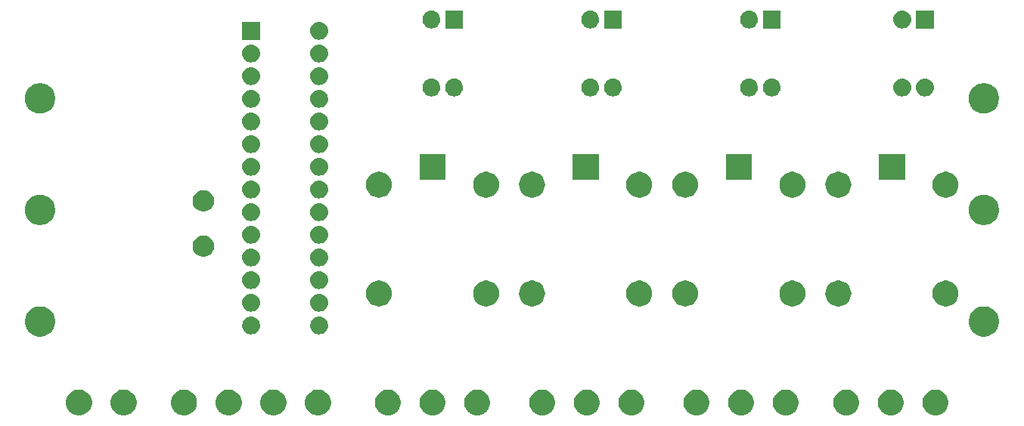
<source format=gbr>
G04 #@! TF.GenerationSoftware,KiCad,Pcbnew,(5.0.1)-3*
G04 #@! TF.CreationDate,2019-04-12T12:42:41-05:00*
G04 #@! TF.ProjectId,    RemoteControl,2020202052656D6F7465436F6E74726F,rev?*
G04 #@! TF.SameCoordinates,Original*
G04 #@! TF.FileFunction,Soldermask,Bot*
G04 #@! TF.FilePolarity,Negative*
%FSLAX46Y46*%
G04 Gerber Fmt 4.6, Leading zero omitted, Abs format (unit mm)*
G04 Created by KiCad (PCBNEW (5.0.1)-3) date 12/04/2019 12:42:41*
%MOMM*%
%LPD*%
G01*
G04 APERTURE LIST*
%ADD10C,0.100000*%
G04 APERTURE END LIST*
D10*
G36*
X178810947Y-108841722D02*
X179074833Y-108951027D01*
X179312324Y-109109713D01*
X179514287Y-109311676D01*
X179672973Y-109549167D01*
X179782278Y-109813053D01*
X179838000Y-110093186D01*
X179838000Y-110378814D01*
X179782278Y-110658947D01*
X179672973Y-110922833D01*
X179514287Y-111160324D01*
X179312324Y-111362287D01*
X179074833Y-111520973D01*
X178810947Y-111630278D01*
X178530814Y-111686000D01*
X178245186Y-111686000D01*
X177965053Y-111630278D01*
X177701167Y-111520973D01*
X177463676Y-111362287D01*
X177261713Y-111160324D01*
X177103027Y-110922833D01*
X176993722Y-110658947D01*
X176938000Y-110378814D01*
X176938000Y-110093186D01*
X176993722Y-109813053D01*
X177103027Y-109549167D01*
X177261713Y-109311676D01*
X177463676Y-109109713D01*
X177701167Y-108951027D01*
X177965053Y-108841722D01*
X178245186Y-108786000D01*
X178530814Y-108786000D01*
X178810947Y-108841722D01*
X178810947Y-108841722D01*
G37*
G36*
X154774947Y-108841722D02*
X155038833Y-108951027D01*
X155276324Y-109109713D01*
X155478287Y-109311676D01*
X155636973Y-109549167D01*
X155746278Y-109813053D01*
X155802000Y-110093186D01*
X155802000Y-110378814D01*
X155746278Y-110658947D01*
X155636973Y-110922833D01*
X155478287Y-111160324D01*
X155276324Y-111362287D01*
X155038833Y-111520973D01*
X154774947Y-111630278D01*
X154494814Y-111686000D01*
X154209186Y-111686000D01*
X153929053Y-111630278D01*
X153665167Y-111520973D01*
X153427676Y-111362287D01*
X153225713Y-111160324D01*
X153067027Y-110922833D01*
X152957722Y-110658947D01*
X152902000Y-110378814D01*
X152902000Y-110093186D01*
X152957722Y-109813053D01*
X153067027Y-109549167D01*
X153225713Y-109311676D01*
X153427676Y-109109713D01*
X153665167Y-108951027D01*
X153929053Y-108841722D01*
X154209186Y-108786000D01*
X154494814Y-108786000D01*
X154774947Y-108841722D01*
X154774947Y-108841722D01*
G37*
G36*
X97918947Y-108841722D02*
X98182833Y-108951027D01*
X98420324Y-109109713D01*
X98622287Y-109311676D01*
X98780973Y-109549167D01*
X98890278Y-109813053D01*
X98946000Y-110093186D01*
X98946000Y-110378814D01*
X98890278Y-110658947D01*
X98780973Y-110922833D01*
X98622287Y-111160324D01*
X98420324Y-111362287D01*
X98182833Y-111520973D01*
X97918947Y-111630278D01*
X97638814Y-111686000D01*
X97353186Y-111686000D01*
X97073053Y-111630278D01*
X96809167Y-111520973D01*
X96571676Y-111362287D01*
X96369713Y-111160324D01*
X96211027Y-110922833D01*
X96101722Y-110658947D01*
X96046000Y-110378814D01*
X96046000Y-110093186D01*
X96101722Y-109813053D01*
X96211027Y-109549167D01*
X96369713Y-109311676D01*
X96571676Y-109109713D01*
X96809167Y-108951027D01*
X97073053Y-108841722D01*
X97353186Y-108786000D01*
X97638814Y-108786000D01*
X97918947Y-108841722D01*
X97918947Y-108841722D01*
G37*
G36*
X92918947Y-108841722D02*
X93182833Y-108951027D01*
X93420324Y-109109713D01*
X93622287Y-109311676D01*
X93780973Y-109549167D01*
X93890278Y-109813053D01*
X93946000Y-110093186D01*
X93946000Y-110378814D01*
X93890278Y-110658947D01*
X93780973Y-110922833D01*
X93622287Y-111160324D01*
X93420324Y-111362287D01*
X93182833Y-111520973D01*
X92918947Y-111630278D01*
X92638814Y-111686000D01*
X92353186Y-111686000D01*
X92073053Y-111630278D01*
X91809167Y-111520973D01*
X91571676Y-111362287D01*
X91369713Y-111160324D01*
X91211027Y-110922833D01*
X91101722Y-110658947D01*
X91046000Y-110378814D01*
X91046000Y-110093186D01*
X91101722Y-109813053D01*
X91211027Y-109549167D01*
X91369713Y-109311676D01*
X91571676Y-109109713D01*
X91809167Y-108951027D01*
X92073053Y-108841722D01*
X92353186Y-108786000D01*
X92638814Y-108786000D01*
X92918947Y-108841722D01*
X92918947Y-108841722D01*
G37*
G36*
X109682947Y-108841722D02*
X109946833Y-108951027D01*
X110184324Y-109109713D01*
X110386287Y-109311676D01*
X110544973Y-109549167D01*
X110654278Y-109813053D01*
X110710000Y-110093186D01*
X110710000Y-110378814D01*
X110654278Y-110658947D01*
X110544973Y-110922833D01*
X110386287Y-111160324D01*
X110184324Y-111362287D01*
X109946833Y-111520973D01*
X109682947Y-111630278D01*
X109402814Y-111686000D01*
X109117186Y-111686000D01*
X108837053Y-111630278D01*
X108573167Y-111520973D01*
X108335676Y-111362287D01*
X108133713Y-111160324D01*
X107975027Y-110922833D01*
X107865722Y-110658947D01*
X107810000Y-110378814D01*
X107810000Y-110093186D01*
X107865722Y-109813053D01*
X107975027Y-109549167D01*
X108133713Y-109311676D01*
X108335676Y-109109713D01*
X108573167Y-108951027D01*
X108837053Y-108841722D01*
X109117186Y-108786000D01*
X109402814Y-108786000D01*
X109682947Y-108841722D01*
X109682947Y-108841722D01*
G37*
G36*
X104682947Y-108841722D02*
X104946833Y-108951027D01*
X105184324Y-109109713D01*
X105386287Y-109311676D01*
X105544973Y-109549167D01*
X105654278Y-109813053D01*
X105710000Y-110093186D01*
X105710000Y-110378814D01*
X105654278Y-110658947D01*
X105544973Y-110922833D01*
X105386287Y-111160324D01*
X105184324Y-111362287D01*
X104946833Y-111520973D01*
X104682947Y-111630278D01*
X104402814Y-111686000D01*
X104117186Y-111686000D01*
X103837053Y-111630278D01*
X103573167Y-111520973D01*
X103335676Y-111362287D01*
X103133713Y-111160324D01*
X102975027Y-110922833D01*
X102865722Y-110658947D01*
X102810000Y-110378814D01*
X102810000Y-110093186D01*
X102865722Y-109813053D01*
X102975027Y-109549167D01*
X103133713Y-109311676D01*
X103335676Y-109109713D01*
X103573167Y-108951027D01*
X103837053Y-108841722D01*
X104117186Y-108786000D01*
X104402814Y-108786000D01*
X104682947Y-108841722D01*
X104682947Y-108841722D01*
G37*
G36*
X114682947Y-108841722D02*
X114946833Y-108951027D01*
X115184324Y-109109713D01*
X115386287Y-109311676D01*
X115544973Y-109549167D01*
X115654278Y-109813053D01*
X115710000Y-110093186D01*
X115710000Y-110378814D01*
X115654278Y-110658947D01*
X115544973Y-110922833D01*
X115386287Y-111160324D01*
X115184324Y-111362287D01*
X114946833Y-111520973D01*
X114682947Y-111630278D01*
X114402814Y-111686000D01*
X114117186Y-111686000D01*
X113837053Y-111630278D01*
X113573167Y-111520973D01*
X113335676Y-111362287D01*
X113133713Y-111160324D01*
X112975027Y-110922833D01*
X112865722Y-110658947D01*
X112810000Y-110378814D01*
X112810000Y-110093186D01*
X112865722Y-109813053D01*
X112975027Y-109549167D01*
X113133713Y-109311676D01*
X113335676Y-109109713D01*
X113573167Y-108951027D01*
X113837053Y-108841722D01*
X114117186Y-108786000D01*
X114402814Y-108786000D01*
X114682947Y-108841722D01*
X114682947Y-108841722D01*
G37*
G36*
X119682947Y-108841722D02*
X119946833Y-108951027D01*
X120184324Y-109109713D01*
X120386287Y-109311676D01*
X120544973Y-109549167D01*
X120654278Y-109813053D01*
X120710000Y-110093186D01*
X120710000Y-110378814D01*
X120654278Y-110658947D01*
X120544973Y-110922833D01*
X120386287Y-111160324D01*
X120184324Y-111362287D01*
X119946833Y-111520973D01*
X119682947Y-111630278D01*
X119402814Y-111686000D01*
X119117186Y-111686000D01*
X118837053Y-111630278D01*
X118573167Y-111520973D01*
X118335676Y-111362287D01*
X118133713Y-111160324D01*
X117975027Y-110922833D01*
X117865722Y-110658947D01*
X117810000Y-110378814D01*
X117810000Y-110093186D01*
X117865722Y-109813053D01*
X117975027Y-109549167D01*
X118133713Y-109311676D01*
X118335676Y-109109713D01*
X118573167Y-108951027D01*
X118837053Y-108841722D01*
X119117186Y-108786000D01*
X119402814Y-108786000D01*
X119682947Y-108841722D01*
X119682947Y-108841722D01*
G37*
G36*
X149774947Y-108841722D02*
X150038833Y-108951027D01*
X150276324Y-109109713D01*
X150478287Y-109311676D01*
X150636973Y-109549167D01*
X150746278Y-109813053D01*
X150802000Y-110093186D01*
X150802000Y-110378814D01*
X150746278Y-110658947D01*
X150636973Y-110922833D01*
X150478287Y-111160324D01*
X150276324Y-111362287D01*
X150038833Y-111520973D01*
X149774947Y-111630278D01*
X149494814Y-111686000D01*
X149209186Y-111686000D01*
X148929053Y-111630278D01*
X148665167Y-111520973D01*
X148427676Y-111362287D01*
X148225713Y-111160324D01*
X148067027Y-110922833D01*
X147957722Y-110658947D01*
X147902000Y-110378814D01*
X147902000Y-110093186D01*
X147957722Y-109813053D01*
X148067027Y-109549167D01*
X148225713Y-109311676D01*
X148427676Y-109109713D01*
X148665167Y-108951027D01*
X148929053Y-108841722D01*
X149209186Y-108786000D01*
X149494814Y-108786000D01*
X149774947Y-108841722D01*
X149774947Y-108841722D01*
G37*
G36*
X144774947Y-108841722D02*
X145038833Y-108951027D01*
X145276324Y-109109713D01*
X145478287Y-109311676D01*
X145636973Y-109549167D01*
X145746278Y-109813053D01*
X145802000Y-110093186D01*
X145802000Y-110378814D01*
X145746278Y-110658947D01*
X145636973Y-110922833D01*
X145478287Y-111160324D01*
X145276324Y-111362287D01*
X145038833Y-111520973D01*
X144774947Y-111630278D01*
X144494814Y-111686000D01*
X144209186Y-111686000D01*
X143929053Y-111630278D01*
X143665167Y-111520973D01*
X143427676Y-111362287D01*
X143225713Y-111160324D01*
X143067027Y-110922833D01*
X142957722Y-110658947D01*
X142902000Y-110378814D01*
X142902000Y-110093186D01*
X142957722Y-109813053D01*
X143067027Y-109549167D01*
X143225713Y-109311676D01*
X143427676Y-109109713D01*
X143665167Y-108951027D01*
X143929053Y-108841722D01*
X144209186Y-108786000D01*
X144494814Y-108786000D01*
X144774947Y-108841722D01*
X144774947Y-108841722D01*
G37*
G36*
X127502947Y-108841722D02*
X127766833Y-108951027D01*
X128004324Y-109109713D01*
X128206287Y-109311676D01*
X128364973Y-109549167D01*
X128474278Y-109813053D01*
X128530000Y-110093186D01*
X128530000Y-110378814D01*
X128474278Y-110658947D01*
X128364973Y-110922833D01*
X128206287Y-111160324D01*
X128004324Y-111362287D01*
X127766833Y-111520973D01*
X127502947Y-111630278D01*
X127222814Y-111686000D01*
X126937186Y-111686000D01*
X126657053Y-111630278D01*
X126393167Y-111520973D01*
X126155676Y-111362287D01*
X125953713Y-111160324D01*
X125795027Y-110922833D01*
X125685722Y-110658947D01*
X125630000Y-110378814D01*
X125630000Y-110093186D01*
X125685722Y-109813053D01*
X125795027Y-109549167D01*
X125953713Y-109311676D01*
X126155676Y-109109713D01*
X126393167Y-108951027D01*
X126657053Y-108841722D01*
X126937186Y-108786000D01*
X127222814Y-108786000D01*
X127502947Y-108841722D01*
X127502947Y-108841722D01*
G37*
G36*
X137502947Y-108841722D02*
X137766833Y-108951027D01*
X138004324Y-109109713D01*
X138206287Y-109311676D01*
X138364973Y-109549167D01*
X138474278Y-109813053D01*
X138530000Y-110093186D01*
X138530000Y-110378814D01*
X138474278Y-110658947D01*
X138364973Y-110922833D01*
X138206287Y-111160324D01*
X138004324Y-111362287D01*
X137766833Y-111520973D01*
X137502947Y-111630278D01*
X137222814Y-111686000D01*
X136937186Y-111686000D01*
X136657053Y-111630278D01*
X136393167Y-111520973D01*
X136155676Y-111362287D01*
X135953713Y-111160324D01*
X135795027Y-110922833D01*
X135685722Y-110658947D01*
X135630000Y-110378814D01*
X135630000Y-110093186D01*
X135685722Y-109813053D01*
X135795027Y-109549167D01*
X135953713Y-109311676D01*
X136155676Y-109109713D01*
X136393167Y-108951027D01*
X136657053Y-108841722D01*
X136937186Y-108786000D01*
X137222814Y-108786000D01*
X137502947Y-108841722D01*
X137502947Y-108841722D01*
G37*
G36*
X183810947Y-108841722D02*
X184074833Y-108951027D01*
X184312324Y-109109713D01*
X184514287Y-109311676D01*
X184672973Y-109549167D01*
X184782278Y-109813053D01*
X184838000Y-110093186D01*
X184838000Y-110378814D01*
X184782278Y-110658947D01*
X184672973Y-110922833D01*
X184514287Y-111160324D01*
X184312324Y-111362287D01*
X184074833Y-111520973D01*
X183810947Y-111630278D01*
X183530814Y-111686000D01*
X183245186Y-111686000D01*
X182965053Y-111630278D01*
X182701167Y-111520973D01*
X182463676Y-111362287D01*
X182261713Y-111160324D01*
X182103027Y-110922833D01*
X181993722Y-110658947D01*
X181938000Y-110378814D01*
X181938000Y-110093186D01*
X181993722Y-109813053D01*
X182103027Y-109549167D01*
X182261713Y-109311676D01*
X182463676Y-109109713D01*
X182701167Y-108951027D01*
X182965053Y-108841722D01*
X183245186Y-108786000D01*
X183530814Y-108786000D01*
X183810947Y-108841722D01*
X183810947Y-108841722D01*
G37*
G36*
X172046947Y-108841722D02*
X172310833Y-108951027D01*
X172548324Y-109109713D01*
X172750287Y-109311676D01*
X172908973Y-109549167D01*
X173018278Y-109813053D01*
X173074000Y-110093186D01*
X173074000Y-110378814D01*
X173018278Y-110658947D01*
X172908973Y-110922833D01*
X172750287Y-111160324D01*
X172548324Y-111362287D01*
X172310833Y-111520973D01*
X172046947Y-111630278D01*
X171766814Y-111686000D01*
X171481186Y-111686000D01*
X171201053Y-111630278D01*
X170937167Y-111520973D01*
X170699676Y-111362287D01*
X170497713Y-111160324D01*
X170339027Y-110922833D01*
X170229722Y-110658947D01*
X170174000Y-110378814D01*
X170174000Y-110093186D01*
X170229722Y-109813053D01*
X170339027Y-109549167D01*
X170497713Y-109311676D01*
X170699676Y-109109713D01*
X170937167Y-108951027D01*
X171201053Y-108841722D01*
X171481186Y-108786000D01*
X171766814Y-108786000D01*
X172046947Y-108841722D01*
X172046947Y-108841722D01*
G37*
G36*
X162046947Y-108841722D02*
X162310833Y-108951027D01*
X162548324Y-109109713D01*
X162750287Y-109311676D01*
X162908973Y-109549167D01*
X163018278Y-109813053D01*
X163074000Y-110093186D01*
X163074000Y-110378814D01*
X163018278Y-110658947D01*
X162908973Y-110922833D01*
X162750287Y-111160324D01*
X162548324Y-111362287D01*
X162310833Y-111520973D01*
X162046947Y-111630278D01*
X161766814Y-111686000D01*
X161481186Y-111686000D01*
X161201053Y-111630278D01*
X160937167Y-111520973D01*
X160699676Y-111362287D01*
X160497713Y-111160324D01*
X160339027Y-110922833D01*
X160229722Y-110658947D01*
X160174000Y-110378814D01*
X160174000Y-110093186D01*
X160229722Y-109813053D01*
X160339027Y-109549167D01*
X160497713Y-109311676D01*
X160699676Y-109109713D01*
X160937167Y-108951027D01*
X161201053Y-108841722D01*
X161481186Y-108786000D01*
X161766814Y-108786000D01*
X162046947Y-108841722D01*
X162046947Y-108841722D01*
G37*
G36*
X188810947Y-108841722D02*
X189074833Y-108951027D01*
X189312324Y-109109713D01*
X189514287Y-109311676D01*
X189672973Y-109549167D01*
X189782278Y-109813053D01*
X189838000Y-110093186D01*
X189838000Y-110378814D01*
X189782278Y-110658947D01*
X189672973Y-110922833D01*
X189514287Y-111160324D01*
X189312324Y-111362287D01*
X189074833Y-111520973D01*
X188810947Y-111630278D01*
X188530814Y-111686000D01*
X188245186Y-111686000D01*
X187965053Y-111630278D01*
X187701167Y-111520973D01*
X187463676Y-111362287D01*
X187261713Y-111160324D01*
X187103027Y-110922833D01*
X186993722Y-110658947D01*
X186938000Y-110378814D01*
X186938000Y-110093186D01*
X186993722Y-109813053D01*
X187103027Y-109549167D01*
X187261713Y-109311676D01*
X187463676Y-109109713D01*
X187701167Y-108951027D01*
X187965053Y-108841722D01*
X188245186Y-108786000D01*
X188530814Y-108786000D01*
X188810947Y-108841722D01*
X188810947Y-108841722D01*
G37*
G36*
X167046947Y-108841722D02*
X167310833Y-108951027D01*
X167548324Y-109109713D01*
X167750287Y-109311676D01*
X167908973Y-109549167D01*
X168018278Y-109813053D01*
X168074000Y-110093186D01*
X168074000Y-110378814D01*
X168018278Y-110658947D01*
X167908973Y-110922833D01*
X167750287Y-111160324D01*
X167548324Y-111362287D01*
X167310833Y-111520973D01*
X167046947Y-111630278D01*
X166766814Y-111686000D01*
X166481186Y-111686000D01*
X166201053Y-111630278D01*
X165937167Y-111520973D01*
X165699676Y-111362287D01*
X165497713Y-111160324D01*
X165339027Y-110922833D01*
X165229722Y-110658947D01*
X165174000Y-110378814D01*
X165174000Y-110093186D01*
X165229722Y-109813053D01*
X165339027Y-109549167D01*
X165497713Y-109311676D01*
X165699676Y-109109713D01*
X165937167Y-108951027D01*
X166201053Y-108841722D01*
X166481186Y-108786000D01*
X166766814Y-108786000D01*
X167046947Y-108841722D01*
X167046947Y-108841722D01*
G37*
G36*
X132502947Y-108841722D02*
X132766833Y-108951027D01*
X133004324Y-109109713D01*
X133206287Y-109311676D01*
X133364973Y-109549167D01*
X133474278Y-109813053D01*
X133530000Y-110093186D01*
X133530000Y-110378814D01*
X133474278Y-110658947D01*
X133364973Y-110922833D01*
X133206287Y-111160324D01*
X133004324Y-111362287D01*
X132766833Y-111520973D01*
X132502947Y-111630278D01*
X132222814Y-111686000D01*
X131937186Y-111686000D01*
X131657053Y-111630278D01*
X131393167Y-111520973D01*
X131155676Y-111362287D01*
X130953713Y-111160324D01*
X130795027Y-110922833D01*
X130685722Y-110658947D01*
X130630000Y-110378814D01*
X130630000Y-110093186D01*
X130685722Y-109813053D01*
X130795027Y-109549167D01*
X130953713Y-109311676D01*
X131155676Y-109109713D01*
X131393167Y-108951027D01*
X131657053Y-108841722D01*
X131937186Y-108786000D01*
X132222814Y-108786000D01*
X132502947Y-108841722D01*
X132502947Y-108841722D01*
G37*
G36*
X194188393Y-99499053D02*
X194297872Y-99520830D01*
X194607252Y-99648979D01*
X194885687Y-99835023D01*
X195122477Y-100071813D01*
X195308521Y-100350248D01*
X195436670Y-100659628D01*
X195502000Y-100988065D01*
X195502000Y-101322935D01*
X195436670Y-101651372D01*
X195308521Y-101960752D01*
X195122477Y-102239187D01*
X194885687Y-102475977D01*
X194607252Y-102662021D01*
X194297872Y-102790170D01*
X194188393Y-102811947D01*
X193969437Y-102855500D01*
X193634563Y-102855500D01*
X193415607Y-102811947D01*
X193306128Y-102790170D01*
X192996748Y-102662021D01*
X192718313Y-102475977D01*
X192481523Y-102239187D01*
X192295479Y-101960752D01*
X192167330Y-101651372D01*
X192102000Y-101322935D01*
X192102000Y-100988065D01*
X192167330Y-100659628D01*
X192295479Y-100350248D01*
X192481523Y-100071813D01*
X192718313Y-99835023D01*
X192996748Y-99648979D01*
X193306128Y-99520830D01*
X193415607Y-99499053D01*
X193634563Y-99455500D01*
X193969437Y-99455500D01*
X194188393Y-99499053D01*
X194188393Y-99499053D01*
G37*
G36*
X88524393Y-99499053D02*
X88633872Y-99520830D01*
X88943252Y-99648979D01*
X89221687Y-99835023D01*
X89458477Y-100071813D01*
X89644521Y-100350248D01*
X89772670Y-100659628D01*
X89838000Y-100988065D01*
X89838000Y-101322935D01*
X89772670Y-101651372D01*
X89644521Y-101960752D01*
X89458477Y-102239187D01*
X89221687Y-102475977D01*
X88943252Y-102662021D01*
X88633872Y-102790170D01*
X88524393Y-102811947D01*
X88305437Y-102855500D01*
X87970563Y-102855500D01*
X87751607Y-102811947D01*
X87642128Y-102790170D01*
X87332748Y-102662021D01*
X87054313Y-102475977D01*
X86817523Y-102239187D01*
X86631479Y-101960752D01*
X86503330Y-101651372D01*
X86438000Y-101322935D01*
X86438000Y-100988065D01*
X86503330Y-100659628D01*
X86631479Y-100350248D01*
X86817523Y-100071813D01*
X87054313Y-99835023D01*
X87332748Y-99648979D01*
X87642128Y-99520830D01*
X87751607Y-99499053D01*
X87970563Y-99455500D01*
X88305437Y-99455500D01*
X88524393Y-99499053D01*
X88524393Y-99499053D01*
G37*
G36*
X111956030Y-100614469D02*
X111956033Y-100614470D01*
X111956034Y-100614470D01*
X112144535Y-100671651D01*
X112144537Y-100671652D01*
X112318260Y-100764509D01*
X112470528Y-100889472D01*
X112595491Y-101041740D01*
X112595492Y-101041742D01*
X112688349Y-101215465D01*
X112720950Y-101322937D01*
X112745531Y-101403970D01*
X112764838Y-101600000D01*
X112745531Y-101796030D01*
X112688348Y-101984537D01*
X112595491Y-102158260D01*
X112470528Y-102310528D01*
X112318260Y-102435491D01*
X112318258Y-102435492D01*
X112144535Y-102528349D01*
X111956034Y-102585530D01*
X111956033Y-102585530D01*
X111956030Y-102585531D01*
X111809124Y-102600000D01*
X111710876Y-102600000D01*
X111563970Y-102585531D01*
X111563967Y-102585530D01*
X111563966Y-102585530D01*
X111375465Y-102528349D01*
X111201742Y-102435492D01*
X111201740Y-102435491D01*
X111049472Y-102310528D01*
X110924509Y-102158260D01*
X110831652Y-101984537D01*
X110774469Y-101796030D01*
X110755162Y-101600000D01*
X110774469Y-101403970D01*
X110799050Y-101322937D01*
X110831651Y-101215465D01*
X110924508Y-101041742D01*
X110924509Y-101041740D01*
X111049472Y-100889472D01*
X111201740Y-100764509D01*
X111375463Y-100671652D01*
X111375465Y-100671651D01*
X111563966Y-100614470D01*
X111563967Y-100614470D01*
X111563970Y-100614469D01*
X111710876Y-100600000D01*
X111809124Y-100600000D01*
X111956030Y-100614469D01*
X111956030Y-100614469D01*
G37*
G36*
X119576030Y-100614469D02*
X119576033Y-100614470D01*
X119576034Y-100614470D01*
X119764535Y-100671651D01*
X119764537Y-100671652D01*
X119938260Y-100764509D01*
X120090528Y-100889472D01*
X120215491Y-101041740D01*
X120215492Y-101041742D01*
X120308349Y-101215465D01*
X120340950Y-101322937D01*
X120365531Y-101403970D01*
X120384838Y-101600000D01*
X120365531Y-101796030D01*
X120308348Y-101984537D01*
X120215491Y-102158260D01*
X120090528Y-102310528D01*
X119938260Y-102435491D01*
X119938258Y-102435492D01*
X119764535Y-102528349D01*
X119576034Y-102585530D01*
X119576033Y-102585530D01*
X119576030Y-102585531D01*
X119429124Y-102600000D01*
X119330876Y-102600000D01*
X119183970Y-102585531D01*
X119183967Y-102585530D01*
X119183966Y-102585530D01*
X118995465Y-102528349D01*
X118821742Y-102435492D01*
X118821740Y-102435491D01*
X118669472Y-102310528D01*
X118544509Y-102158260D01*
X118451652Y-101984537D01*
X118394469Y-101796030D01*
X118375162Y-101600000D01*
X118394469Y-101403970D01*
X118419050Y-101322937D01*
X118451651Y-101215465D01*
X118544508Y-101041742D01*
X118544509Y-101041740D01*
X118669472Y-100889472D01*
X118821740Y-100764509D01*
X118995463Y-100671652D01*
X118995465Y-100671651D01*
X119183966Y-100614470D01*
X119183967Y-100614470D01*
X119183970Y-100614469D01*
X119330876Y-100600000D01*
X119429124Y-100600000D01*
X119576030Y-100614469D01*
X119576030Y-100614469D01*
G37*
G36*
X111956030Y-98074469D02*
X111956033Y-98074470D01*
X111956034Y-98074470D01*
X112144535Y-98131651D01*
X112144537Y-98131652D01*
X112318260Y-98224509D01*
X112470528Y-98349472D01*
X112595491Y-98501740D01*
X112595492Y-98501742D01*
X112688349Y-98675465D01*
X112745530Y-98863966D01*
X112745531Y-98863970D01*
X112764838Y-99060000D01*
X112745531Y-99256030D01*
X112688348Y-99444537D01*
X112595491Y-99618260D01*
X112470528Y-99770528D01*
X112318260Y-99895491D01*
X112318258Y-99895492D01*
X112144535Y-99988349D01*
X111956034Y-100045530D01*
X111956033Y-100045530D01*
X111956030Y-100045531D01*
X111809124Y-100060000D01*
X111710876Y-100060000D01*
X111563970Y-100045531D01*
X111563967Y-100045530D01*
X111563966Y-100045530D01*
X111375465Y-99988349D01*
X111201742Y-99895492D01*
X111201740Y-99895491D01*
X111049472Y-99770528D01*
X110924509Y-99618260D01*
X110831652Y-99444537D01*
X110774469Y-99256030D01*
X110755162Y-99060000D01*
X110774469Y-98863970D01*
X110774470Y-98863966D01*
X110831651Y-98675465D01*
X110924508Y-98501742D01*
X110924509Y-98501740D01*
X111049472Y-98349472D01*
X111201740Y-98224509D01*
X111375463Y-98131652D01*
X111375465Y-98131651D01*
X111563966Y-98074470D01*
X111563967Y-98074470D01*
X111563970Y-98074469D01*
X111710876Y-98060000D01*
X111809124Y-98060000D01*
X111956030Y-98074469D01*
X111956030Y-98074469D01*
G37*
G36*
X119576030Y-98074469D02*
X119576033Y-98074470D01*
X119576034Y-98074470D01*
X119764535Y-98131651D01*
X119764537Y-98131652D01*
X119938260Y-98224509D01*
X120090528Y-98349472D01*
X120215491Y-98501740D01*
X120215492Y-98501742D01*
X120308349Y-98675465D01*
X120365530Y-98863966D01*
X120365531Y-98863970D01*
X120384838Y-99060000D01*
X120365531Y-99256030D01*
X120308348Y-99444537D01*
X120215491Y-99618260D01*
X120090528Y-99770528D01*
X119938260Y-99895491D01*
X119938258Y-99895492D01*
X119764535Y-99988349D01*
X119576034Y-100045530D01*
X119576033Y-100045530D01*
X119576030Y-100045531D01*
X119429124Y-100060000D01*
X119330876Y-100060000D01*
X119183970Y-100045531D01*
X119183967Y-100045530D01*
X119183966Y-100045530D01*
X118995465Y-99988349D01*
X118821742Y-99895492D01*
X118821740Y-99895491D01*
X118669472Y-99770528D01*
X118544509Y-99618260D01*
X118451652Y-99444537D01*
X118394469Y-99256030D01*
X118375162Y-99060000D01*
X118394469Y-98863970D01*
X118394470Y-98863966D01*
X118451651Y-98675465D01*
X118544508Y-98501742D01*
X118544509Y-98501740D01*
X118669472Y-98349472D01*
X118821740Y-98224509D01*
X118995463Y-98131652D01*
X118995465Y-98131651D01*
X119183966Y-98074470D01*
X119183967Y-98074470D01*
X119183970Y-98074469D01*
X119330876Y-98060000D01*
X119429124Y-98060000D01*
X119576030Y-98074469D01*
X119576030Y-98074469D01*
G37*
G36*
X189628830Y-96574196D02*
X189799250Y-96590981D01*
X190072576Y-96673894D01*
X190324474Y-96808536D01*
X190545265Y-96989735D01*
X190726464Y-97210526D01*
X190861106Y-97462424D01*
X190944019Y-97735750D01*
X190972015Y-98020000D01*
X190944019Y-98304250D01*
X190861106Y-98577576D01*
X190726464Y-98829474D01*
X190545265Y-99050265D01*
X190324474Y-99231464D01*
X190072576Y-99366106D01*
X189799250Y-99449019D01*
X189628830Y-99465804D01*
X189586226Y-99470000D01*
X189443774Y-99470000D01*
X189401170Y-99465804D01*
X189230750Y-99449019D01*
X188957424Y-99366106D01*
X188705526Y-99231464D01*
X188484735Y-99050265D01*
X188303536Y-98829474D01*
X188168894Y-98577576D01*
X188085981Y-98304250D01*
X188057985Y-98020000D01*
X188085981Y-97735750D01*
X188168894Y-97462424D01*
X188303536Y-97210526D01*
X188484735Y-96989735D01*
X188705526Y-96808536D01*
X188957424Y-96673894D01*
X189230750Y-96590981D01*
X189401170Y-96574196D01*
X189443774Y-96570000D01*
X189586226Y-96570000D01*
X189628830Y-96574196D01*
X189628830Y-96574196D01*
G37*
G36*
X126193830Y-96574196D02*
X126364250Y-96590981D01*
X126637576Y-96673894D01*
X126889474Y-96808536D01*
X127110265Y-96989735D01*
X127291464Y-97210526D01*
X127426106Y-97462424D01*
X127509019Y-97735750D01*
X127537015Y-98020000D01*
X127509019Y-98304250D01*
X127426106Y-98577576D01*
X127291464Y-98829474D01*
X127110265Y-99050265D01*
X126889474Y-99231464D01*
X126637576Y-99366106D01*
X126364250Y-99449019D01*
X126193830Y-99465804D01*
X126151226Y-99470000D01*
X126008774Y-99470000D01*
X125966170Y-99465804D01*
X125795750Y-99449019D01*
X125522424Y-99366106D01*
X125270526Y-99231464D01*
X125049735Y-99050265D01*
X124868536Y-98829474D01*
X124733894Y-98577576D01*
X124650981Y-98304250D01*
X124622985Y-98020000D01*
X124650981Y-97735750D01*
X124733894Y-97462424D01*
X124868536Y-97210526D01*
X125049735Y-96989735D01*
X125270526Y-96808536D01*
X125522424Y-96673894D01*
X125795750Y-96590981D01*
X125966170Y-96574196D01*
X126008774Y-96570000D01*
X126151226Y-96570000D01*
X126193830Y-96574196D01*
X126193830Y-96574196D01*
G37*
G36*
X143338830Y-96574196D02*
X143509250Y-96590981D01*
X143782576Y-96673894D01*
X144034474Y-96808536D01*
X144255265Y-96989735D01*
X144436464Y-97210526D01*
X144571106Y-97462424D01*
X144654019Y-97735750D01*
X144682015Y-98020000D01*
X144654019Y-98304250D01*
X144571106Y-98577576D01*
X144436464Y-98829474D01*
X144255265Y-99050265D01*
X144034474Y-99231464D01*
X143782576Y-99366106D01*
X143509250Y-99449019D01*
X143338830Y-99465804D01*
X143296226Y-99470000D01*
X143153774Y-99470000D01*
X143111170Y-99465804D01*
X142940750Y-99449019D01*
X142667424Y-99366106D01*
X142415526Y-99231464D01*
X142194735Y-99050265D01*
X142013536Y-98829474D01*
X141878894Y-98577576D01*
X141795981Y-98304250D01*
X141767985Y-98020000D01*
X141795981Y-97735750D01*
X141878894Y-97462424D01*
X142013536Y-97210526D01*
X142194735Y-96989735D01*
X142415526Y-96808536D01*
X142667424Y-96673894D01*
X142940750Y-96590981D01*
X143111170Y-96574196D01*
X143153774Y-96570000D01*
X143296226Y-96570000D01*
X143338830Y-96574196D01*
X143338830Y-96574196D01*
G37*
G36*
X160483830Y-96574196D02*
X160654250Y-96590981D01*
X160927576Y-96673894D01*
X161179474Y-96808536D01*
X161400265Y-96989735D01*
X161581464Y-97210526D01*
X161716106Y-97462424D01*
X161799019Y-97735750D01*
X161827015Y-98020000D01*
X161799019Y-98304250D01*
X161716106Y-98577576D01*
X161581464Y-98829474D01*
X161400265Y-99050265D01*
X161179474Y-99231464D01*
X160927576Y-99366106D01*
X160654250Y-99449019D01*
X160483830Y-99465804D01*
X160441226Y-99470000D01*
X160298774Y-99470000D01*
X160256170Y-99465804D01*
X160085750Y-99449019D01*
X159812424Y-99366106D01*
X159560526Y-99231464D01*
X159339735Y-99050265D01*
X159158536Y-98829474D01*
X159023894Y-98577576D01*
X158940981Y-98304250D01*
X158912985Y-98020000D01*
X158940981Y-97735750D01*
X159023894Y-97462424D01*
X159158536Y-97210526D01*
X159339735Y-96989735D01*
X159560526Y-96808536D01*
X159812424Y-96673894D01*
X160085750Y-96590981D01*
X160256170Y-96574196D01*
X160298774Y-96570000D01*
X160441226Y-96570000D01*
X160483830Y-96574196D01*
X160483830Y-96574196D01*
G37*
G36*
X172483830Y-96574196D02*
X172654250Y-96590981D01*
X172927576Y-96673894D01*
X173179474Y-96808536D01*
X173400265Y-96989735D01*
X173581464Y-97210526D01*
X173716106Y-97462424D01*
X173799019Y-97735750D01*
X173827015Y-98020000D01*
X173799019Y-98304250D01*
X173716106Y-98577576D01*
X173581464Y-98829474D01*
X173400265Y-99050265D01*
X173179474Y-99231464D01*
X172927576Y-99366106D01*
X172654250Y-99449019D01*
X172483830Y-99465804D01*
X172441226Y-99470000D01*
X172298774Y-99470000D01*
X172256170Y-99465804D01*
X172085750Y-99449019D01*
X171812424Y-99366106D01*
X171560526Y-99231464D01*
X171339735Y-99050265D01*
X171158536Y-98829474D01*
X171023894Y-98577576D01*
X170940981Y-98304250D01*
X170912985Y-98020000D01*
X170940981Y-97735750D01*
X171023894Y-97462424D01*
X171158536Y-97210526D01*
X171339735Y-96989735D01*
X171560526Y-96808536D01*
X171812424Y-96673894D01*
X172085750Y-96590981D01*
X172256170Y-96574196D01*
X172298774Y-96570000D01*
X172441226Y-96570000D01*
X172483830Y-96574196D01*
X172483830Y-96574196D01*
G37*
G36*
X138193830Y-96574196D02*
X138364250Y-96590981D01*
X138637576Y-96673894D01*
X138889474Y-96808536D01*
X139110265Y-96989735D01*
X139291464Y-97210526D01*
X139426106Y-97462424D01*
X139509019Y-97735750D01*
X139537015Y-98020000D01*
X139509019Y-98304250D01*
X139426106Y-98577576D01*
X139291464Y-98829474D01*
X139110265Y-99050265D01*
X138889474Y-99231464D01*
X138637576Y-99366106D01*
X138364250Y-99449019D01*
X138193830Y-99465804D01*
X138151226Y-99470000D01*
X138008774Y-99470000D01*
X137966170Y-99465804D01*
X137795750Y-99449019D01*
X137522424Y-99366106D01*
X137270526Y-99231464D01*
X137049735Y-99050265D01*
X136868536Y-98829474D01*
X136733894Y-98577576D01*
X136650981Y-98304250D01*
X136622985Y-98020000D01*
X136650981Y-97735750D01*
X136733894Y-97462424D01*
X136868536Y-97210526D01*
X137049735Y-96989735D01*
X137270526Y-96808536D01*
X137522424Y-96673894D01*
X137795750Y-96590981D01*
X137966170Y-96574196D01*
X138008774Y-96570000D01*
X138151226Y-96570000D01*
X138193830Y-96574196D01*
X138193830Y-96574196D01*
G37*
G36*
X177628830Y-96574196D02*
X177799250Y-96590981D01*
X178072576Y-96673894D01*
X178324474Y-96808536D01*
X178545265Y-96989735D01*
X178726464Y-97210526D01*
X178861106Y-97462424D01*
X178944019Y-97735750D01*
X178972015Y-98020000D01*
X178944019Y-98304250D01*
X178861106Y-98577576D01*
X178726464Y-98829474D01*
X178545265Y-99050265D01*
X178324474Y-99231464D01*
X178072576Y-99366106D01*
X177799250Y-99449019D01*
X177628830Y-99465804D01*
X177586226Y-99470000D01*
X177443774Y-99470000D01*
X177401170Y-99465804D01*
X177230750Y-99449019D01*
X176957424Y-99366106D01*
X176705526Y-99231464D01*
X176484735Y-99050265D01*
X176303536Y-98829474D01*
X176168894Y-98577576D01*
X176085981Y-98304250D01*
X176057985Y-98020000D01*
X176085981Y-97735750D01*
X176168894Y-97462424D01*
X176303536Y-97210526D01*
X176484735Y-96989735D01*
X176705526Y-96808536D01*
X176957424Y-96673894D01*
X177230750Y-96590981D01*
X177401170Y-96574196D01*
X177443774Y-96570000D01*
X177586226Y-96570000D01*
X177628830Y-96574196D01*
X177628830Y-96574196D01*
G37*
G36*
X155338830Y-96574196D02*
X155509250Y-96590981D01*
X155782576Y-96673894D01*
X156034474Y-96808536D01*
X156255265Y-96989735D01*
X156436464Y-97210526D01*
X156571106Y-97462424D01*
X156654019Y-97735750D01*
X156682015Y-98020000D01*
X156654019Y-98304250D01*
X156571106Y-98577576D01*
X156436464Y-98829474D01*
X156255265Y-99050265D01*
X156034474Y-99231464D01*
X155782576Y-99366106D01*
X155509250Y-99449019D01*
X155338830Y-99465804D01*
X155296226Y-99470000D01*
X155153774Y-99470000D01*
X155111170Y-99465804D01*
X154940750Y-99449019D01*
X154667424Y-99366106D01*
X154415526Y-99231464D01*
X154194735Y-99050265D01*
X154013536Y-98829474D01*
X153878894Y-98577576D01*
X153795981Y-98304250D01*
X153767985Y-98020000D01*
X153795981Y-97735750D01*
X153878894Y-97462424D01*
X154013536Y-97210526D01*
X154194735Y-96989735D01*
X154415526Y-96808536D01*
X154667424Y-96673894D01*
X154940750Y-96590981D01*
X155111170Y-96574196D01*
X155153774Y-96570000D01*
X155296226Y-96570000D01*
X155338830Y-96574196D01*
X155338830Y-96574196D01*
G37*
G36*
X119576030Y-95534469D02*
X119576033Y-95534470D01*
X119576034Y-95534470D01*
X119764535Y-95591651D01*
X119764537Y-95591652D01*
X119938260Y-95684509D01*
X120090528Y-95809472D01*
X120215491Y-95961740D01*
X120308348Y-96135463D01*
X120365531Y-96323970D01*
X120384838Y-96520000D01*
X120365531Y-96716030D01*
X120308348Y-96904537D01*
X120215491Y-97078260D01*
X120090528Y-97230528D01*
X119938260Y-97355491D01*
X119938258Y-97355492D01*
X119764535Y-97448349D01*
X119576034Y-97505530D01*
X119576033Y-97505530D01*
X119576030Y-97505531D01*
X119429124Y-97520000D01*
X119330876Y-97520000D01*
X119183970Y-97505531D01*
X119183967Y-97505530D01*
X119183966Y-97505530D01*
X118995465Y-97448349D01*
X118821742Y-97355492D01*
X118821740Y-97355491D01*
X118669472Y-97230528D01*
X118544509Y-97078260D01*
X118451652Y-96904537D01*
X118394469Y-96716030D01*
X118375162Y-96520000D01*
X118394469Y-96323970D01*
X118451652Y-96135463D01*
X118544509Y-95961740D01*
X118669472Y-95809472D01*
X118821740Y-95684509D01*
X118995463Y-95591652D01*
X118995465Y-95591651D01*
X119183966Y-95534470D01*
X119183967Y-95534470D01*
X119183970Y-95534469D01*
X119330876Y-95520000D01*
X119429124Y-95520000D01*
X119576030Y-95534469D01*
X119576030Y-95534469D01*
G37*
G36*
X111956030Y-95534469D02*
X111956033Y-95534470D01*
X111956034Y-95534470D01*
X112144535Y-95591651D01*
X112144537Y-95591652D01*
X112318260Y-95684509D01*
X112470528Y-95809472D01*
X112595491Y-95961740D01*
X112688348Y-96135463D01*
X112745531Y-96323970D01*
X112764838Y-96520000D01*
X112745531Y-96716030D01*
X112688348Y-96904537D01*
X112595491Y-97078260D01*
X112470528Y-97230528D01*
X112318260Y-97355491D01*
X112318258Y-97355492D01*
X112144535Y-97448349D01*
X111956034Y-97505530D01*
X111956033Y-97505530D01*
X111956030Y-97505531D01*
X111809124Y-97520000D01*
X111710876Y-97520000D01*
X111563970Y-97505531D01*
X111563967Y-97505530D01*
X111563966Y-97505530D01*
X111375465Y-97448349D01*
X111201742Y-97355492D01*
X111201740Y-97355491D01*
X111049472Y-97230528D01*
X110924509Y-97078260D01*
X110831652Y-96904537D01*
X110774469Y-96716030D01*
X110755162Y-96520000D01*
X110774469Y-96323970D01*
X110831652Y-96135463D01*
X110924509Y-95961740D01*
X111049472Y-95809472D01*
X111201740Y-95684509D01*
X111375463Y-95591652D01*
X111375465Y-95591651D01*
X111563966Y-95534470D01*
X111563967Y-95534470D01*
X111563970Y-95534469D01*
X111710876Y-95520000D01*
X111809124Y-95520000D01*
X111956030Y-95534469D01*
X111956030Y-95534469D01*
G37*
G36*
X119576030Y-92994469D02*
X119576033Y-92994470D01*
X119576034Y-92994470D01*
X119764535Y-93051651D01*
X119764537Y-93051652D01*
X119938260Y-93144509D01*
X120090528Y-93269472D01*
X120215491Y-93421740D01*
X120215492Y-93421742D01*
X120308349Y-93595465D01*
X120365530Y-93783966D01*
X120365531Y-93783970D01*
X120384838Y-93980000D01*
X120365531Y-94176030D01*
X120308348Y-94364537D01*
X120215491Y-94538260D01*
X120090528Y-94690528D01*
X119938260Y-94815491D01*
X119938258Y-94815492D01*
X119764535Y-94908349D01*
X119576034Y-94965530D01*
X119576033Y-94965530D01*
X119576030Y-94965531D01*
X119429124Y-94980000D01*
X119330876Y-94980000D01*
X119183970Y-94965531D01*
X119183967Y-94965530D01*
X119183966Y-94965530D01*
X118995465Y-94908349D01*
X118821742Y-94815492D01*
X118821740Y-94815491D01*
X118669472Y-94690528D01*
X118544509Y-94538260D01*
X118451652Y-94364537D01*
X118394469Y-94176030D01*
X118375162Y-93980000D01*
X118394469Y-93783970D01*
X118394470Y-93783966D01*
X118451651Y-93595465D01*
X118544508Y-93421742D01*
X118544509Y-93421740D01*
X118669472Y-93269472D01*
X118821740Y-93144509D01*
X118995463Y-93051652D01*
X118995465Y-93051651D01*
X119183966Y-92994470D01*
X119183967Y-92994470D01*
X119183970Y-92994469D01*
X119330876Y-92980000D01*
X119429124Y-92980000D01*
X119576030Y-92994469D01*
X119576030Y-92994469D01*
G37*
G36*
X111956030Y-92994469D02*
X111956033Y-92994470D01*
X111956034Y-92994470D01*
X112144535Y-93051651D01*
X112144537Y-93051652D01*
X112318260Y-93144509D01*
X112470528Y-93269472D01*
X112595491Y-93421740D01*
X112595492Y-93421742D01*
X112688349Y-93595465D01*
X112745530Y-93783966D01*
X112745531Y-93783970D01*
X112764838Y-93980000D01*
X112745531Y-94176030D01*
X112688348Y-94364537D01*
X112595491Y-94538260D01*
X112470528Y-94690528D01*
X112318260Y-94815491D01*
X112318258Y-94815492D01*
X112144535Y-94908349D01*
X111956034Y-94965530D01*
X111956033Y-94965530D01*
X111956030Y-94965531D01*
X111809124Y-94980000D01*
X111710876Y-94980000D01*
X111563970Y-94965531D01*
X111563967Y-94965530D01*
X111563966Y-94965530D01*
X111375465Y-94908349D01*
X111201742Y-94815492D01*
X111201740Y-94815491D01*
X111049472Y-94690528D01*
X110924509Y-94538260D01*
X110831652Y-94364537D01*
X110774469Y-94176030D01*
X110755162Y-93980000D01*
X110774469Y-93783970D01*
X110774470Y-93783966D01*
X110831651Y-93595465D01*
X110924508Y-93421742D01*
X110924509Y-93421740D01*
X111049472Y-93269472D01*
X111201740Y-93144509D01*
X111375463Y-93051652D01*
X111375465Y-93051651D01*
X111563966Y-92994470D01*
X111563967Y-92994470D01*
X111563970Y-92994469D01*
X111710876Y-92980000D01*
X111809124Y-92980000D01*
X111956030Y-92994469D01*
X111956030Y-92994469D01*
G37*
G36*
X106775876Y-91556605D02*
X106994172Y-91647026D01*
X107190633Y-91778297D01*
X107357703Y-91945367D01*
X107488974Y-92141828D01*
X107579395Y-92360124D01*
X107625490Y-92591859D01*
X107625490Y-92828141D01*
X107579395Y-93059876D01*
X107488974Y-93278172D01*
X107357703Y-93474633D01*
X107190633Y-93641703D01*
X106994172Y-93772974D01*
X106775876Y-93863395D01*
X106544141Y-93909490D01*
X106307859Y-93909490D01*
X106076124Y-93863395D01*
X105857828Y-93772974D01*
X105661367Y-93641703D01*
X105494297Y-93474633D01*
X105363026Y-93278172D01*
X105272605Y-93059876D01*
X105226510Y-92828141D01*
X105226510Y-92591859D01*
X105272605Y-92360124D01*
X105363026Y-92141828D01*
X105494297Y-91945367D01*
X105661367Y-91778297D01*
X105857828Y-91647026D01*
X106076124Y-91556605D01*
X106307859Y-91510510D01*
X106544141Y-91510510D01*
X106775876Y-91556605D01*
X106775876Y-91556605D01*
G37*
G36*
X111956030Y-90454469D02*
X111956033Y-90454470D01*
X111956034Y-90454470D01*
X112144535Y-90511651D01*
X112144537Y-90511652D01*
X112318260Y-90604509D01*
X112470528Y-90729472D01*
X112595491Y-90881740D01*
X112688348Y-91055463D01*
X112745531Y-91243970D01*
X112764838Y-91440000D01*
X112745531Y-91636030D01*
X112745530Y-91636033D01*
X112745530Y-91636034D01*
X112702376Y-91778295D01*
X112688348Y-91824537D01*
X112595491Y-91998260D01*
X112470528Y-92150528D01*
X112318260Y-92275491D01*
X112318258Y-92275492D01*
X112144535Y-92368349D01*
X111956034Y-92425530D01*
X111956033Y-92425530D01*
X111956030Y-92425531D01*
X111809124Y-92440000D01*
X111710876Y-92440000D01*
X111563970Y-92425531D01*
X111563967Y-92425530D01*
X111563966Y-92425530D01*
X111375465Y-92368349D01*
X111201742Y-92275492D01*
X111201740Y-92275491D01*
X111049472Y-92150528D01*
X110924509Y-91998260D01*
X110831652Y-91824537D01*
X110817625Y-91778295D01*
X110774470Y-91636034D01*
X110774470Y-91636033D01*
X110774469Y-91636030D01*
X110755162Y-91440000D01*
X110774469Y-91243970D01*
X110831652Y-91055463D01*
X110924509Y-90881740D01*
X111049472Y-90729472D01*
X111201740Y-90604509D01*
X111375463Y-90511652D01*
X111375465Y-90511651D01*
X111563966Y-90454470D01*
X111563967Y-90454470D01*
X111563970Y-90454469D01*
X111710876Y-90440000D01*
X111809124Y-90440000D01*
X111956030Y-90454469D01*
X111956030Y-90454469D01*
G37*
G36*
X119576030Y-90454469D02*
X119576033Y-90454470D01*
X119576034Y-90454470D01*
X119764535Y-90511651D01*
X119764537Y-90511652D01*
X119938260Y-90604509D01*
X120090528Y-90729472D01*
X120215491Y-90881740D01*
X120308348Y-91055463D01*
X120365531Y-91243970D01*
X120384838Y-91440000D01*
X120365531Y-91636030D01*
X120365530Y-91636033D01*
X120365530Y-91636034D01*
X120322376Y-91778295D01*
X120308348Y-91824537D01*
X120215491Y-91998260D01*
X120090528Y-92150528D01*
X119938260Y-92275491D01*
X119938258Y-92275492D01*
X119764535Y-92368349D01*
X119576034Y-92425530D01*
X119576033Y-92425530D01*
X119576030Y-92425531D01*
X119429124Y-92440000D01*
X119330876Y-92440000D01*
X119183970Y-92425531D01*
X119183967Y-92425530D01*
X119183966Y-92425530D01*
X118995465Y-92368349D01*
X118821742Y-92275492D01*
X118821740Y-92275491D01*
X118669472Y-92150528D01*
X118544509Y-91998260D01*
X118451652Y-91824537D01*
X118437625Y-91778295D01*
X118394470Y-91636034D01*
X118394470Y-91636033D01*
X118394469Y-91636030D01*
X118375162Y-91440000D01*
X118394469Y-91243970D01*
X118451652Y-91055463D01*
X118544509Y-90881740D01*
X118669472Y-90729472D01*
X118821740Y-90604509D01*
X118995463Y-90511652D01*
X118995465Y-90511651D01*
X119183966Y-90454470D01*
X119183967Y-90454470D01*
X119183970Y-90454469D01*
X119330876Y-90440000D01*
X119429124Y-90440000D01*
X119576030Y-90454469D01*
X119576030Y-90454469D01*
G37*
G36*
X194188393Y-86989553D02*
X194297872Y-87011330D01*
X194607252Y-87139479D01*
X194885687Y-87325523D01*
X195122477Y-87562313D01*
X195308521Y-87840748D01*
X195436670Y-88150128D01*
X195458447Y-88259607D01*
X195502000Y-88478563D01*
X195502000Y-88813437D01*
X195484781Y-88900000D01*
X195436670Y-89141872D01*
X195308521Y-89451252D01*
X195122477Y-89729687D01*
X194885687Y-89966477D01*
X194607252Y-90152521D01*
X194297872Y-90280670D01*
X194188393Y-90302447D01*
X193969437Y-90346000D01*
X193634563Y-90346000D01*
X193415607Y-90302447D01*
X193306128Y-90280670D01*
X192996748Y-90152521D01*
X192718313Y-89966477D01*
X192481523Y-89729687D01*
X192295479Y-89451252D01*
X192167330Y-89141872D01*
X192119219Y-88900000D01*
X192102000Y-88813437D01*
X192102000Y-88478563D01*
X192145553Y-88259607D01*
X192167330Y-88150128D01*
X192295479Y-87840748D01*
X192481523Y-87562313D01*
X192718313Y-87325523D01*
X192996748Y-87139479D01*
X193306128Y-87011330D01*
X193415607Y-86989553D01*
X193634563Y-86946000D01*
X193969437Y-86946000D01*
X194188393Y-86989553D01*
X194188393Y-86989553D01*
G37*
G36*
X88524393Y-86989553D02*
X88633872Y-87011330D01*
X88943252Y-87139479D01*
X89221687Y-87325523D01*
X89458477Y-87562313D01*
X89644521Y-87840748D01*
X89772670Y-88150128D01*
X89794447Y-88259607D01*
X89838000Y-88478563D01*
X89838000Y-88813437D01*
X89820781Y-88900000D01*
X89772670Y-89141872D01*
X89644521Y-89451252D01*
X89458477Y-89729687D01*
X89221687Y-89966477D01*
X88943252Y-90152521D01*
X88633872Y-90280670D01*
X88524393Y-90302447D01*
X88305437Y-90346000D01*
X87970563Y-90346000D01*
X87751607Y-90302447D01*
X87642128Y-90280670D01*
X87332748Y-90152521D01*
X87054313Y-89966477D01*
X86817523Y-89729687D01*
X86631479Y-89451252D01*
X86503330Y-89141872D01*
X86455219Y-88900000D01*
X86438000Y-88813437D01*
X86438000Y-88478563D01*
X86481553Y-88259607D01*
X86503330Y-88150128D01*
X86631479Y-87840748D01*
X86817523Y-87562313D01*
X87054313Y-87325523D01*
X87332748Y-87139479D01*
X87642128Y-87011330D01*
X87751607Y-86989553D01*
X87970563Y-86946000D01*
X88305437Y-86946000D01*
X88524393Y-86989553D01*
X88524393Y-86989553D01*
G37*
G36*
X111956030Y-87914469D02*
X111956033Y-87914470D01*
X111956034Y-87914470D01*
X112144535Y-87971651D01*
X112144537Y-87971652D01*
X112318260Y-88064509D01*
X112470528Y-88189472D01*
X112595491Y-88341740D01*
X112668626Y-88478565D01*
X112688349Y-88515465D01*
X112745530Y-88703966D01*
X112745531Y-88703970D01*
X112764838Y-88900000D01*
X112745531Y-89096030D01*
X112745530Y-89096033D01*
X112745530Y-89096034D01*
X112731626Y-89141871D01*
X112688348Y-89284537D01*
X112595491Y-89458260D01*
X112470528Y-89610528D01*
X112318260Y-89735491D01*
X112318258Y-89735492D01*
X112144535Y-89828349D01*
X111956034Y-89885530D01*
X111956033Y-89885530D01*
X111956030Y-89885531D01*
X111809124Y-89900000D01*
X111710876Y-89900000D01*
X111563970Y-89885531D01*
X111563967Y-89885530D01*
X111563966Y-89885530D01*
X111375465Y-89828349D01*
X111201742Y-89735492D01*
X111201740Y-89735491D01*
X111049472Y-89610528D01*
X110924509Y-89458260D01*
X110831652Y-89284537D01*
X110788375Y-89141871D01*
X110774470Y-89096034D01*
X110774470Y-89096033D01*
X110774469Y-89096030D01*
X110755162Y-88900000D01*
X110774469Y-88703970D01*
X110774470Y-88703966D01*
X110831651Y-88515465D01*
X110851374Y-88478565D01*
X110924509Y-88341740D01*
X111049472Y-88189472D01*
X111201740Y-88064509D01*
X111375463Y-87971652D01*
X111375465Y-87971651D01*
X111563966Y-87914470D01*
X111563967Y-87914470D01*
X111563970Y-87914469D01*
X111710876Y-87900000D01*
X111809124Y-87900000D01*
X111956030Y-87914469D01*
X111956030Y-87914469D01*
G37*
G36*
X119576030Y-87914469D02*
X119576033Y-87914470D01*
X119576034Y-87914470D01*
X119764535Y-87971651D01*
X119764537Y-87971652D01*
X119938260Y-88064509D01*
X120090528Y-88189472D01*
X120215491Y-88341740D01*
X120288626Y-88478565D01*
X120308349Y-88515465D01*
X120365530Y-88703966D01*
X120365531Y-88703970D01*
X120384838Y-88900000D01*
X120365531Y-89096030D01*
X120365530Y-89096033D01*
X120365530Y-89096034D01*
X120351626Y-89141871D01*
X120308348Y-89284537D01*
X120215491Y-89458260D01*
X120090528Y-89610528D01*
X119938260Y-89735491D01*
X119938258Y-89735492D01*
X119764535Y-89828349D01*
X119576034Y-89885530D01*
X119576033Y-89885530D01*
X119576030Y-89885531D01*
X119429124Y-89900000D01*
X119330876Y-89900000D01*
X119183970Y-89885531D01*
X119183967Y-89885530D01*
X119183966Y-89885530D01*
X118995465Y-89828349D01*
X118821742Y-89735492D01*
X118821740Y-89735491D01*
X118669472Y-89610528D01*
X118544509Y-89458260D01*
X118451652Y-89284537D01*
X118408375Y-89141871D01*
X118394470Y-89096034D01*
X118394470Y-89096033D01*
X118394469Y-89096030D01*
X118375162Y-88900000D01*
X118394469Y-88703970D01*
X118394470Y-88703966D01*
X118451651Y-88515465D01*
X118471374Y-88478565D01*
X118544509Y-88341740D01*
X118669472Y-88189472D01*
X118821740Y-88064509D01*
X118995463Y-87971652D01*
X118995465Y-87971651D01*
X119183966Y-87914470D01*
X119183967Y-87914470D01*
X119183970Y-87914469D01*
X119330876Y-87900000D01*
X119429124Y-87900000D01*
X119576030Y-87914469D01*
X119576030Y-87914469D01*
G37*
G36*
X106775876Y-86476605D02*
X106994172Y-86567026D01*
X107190633Y-86698297D01*
X107357703Y-86865367D01*
X107488974Y-87061828D01*
X107579395Y-87280124D01*
X107625490Y-87511859D01*
X107625490Y-87748141D01*
X107579395Y-87979876D01*
X107488974Y-88198172D01*
X107357703Y-88394633D01*
X107190633Y-88561703D01*
X106994172Y-88692974D01*
X106775876Y-88783395D01*
X106544141Y-88829490D01*
X106307859Y-88829490D01*
X106076124Y-88783395D01*
X105857828Y-88692974D01*
X105661367Y-88561703D01*
X105494297Y-88394633D01*
X105363026Y-88198172D01*
X105272605Y-87979876D01*
X105226510Y-87748141D01*
X105226510Y-87511859D01*
X105272605Y-87280124D01*
X105363026Y-87061828D01*
X105494297Y-86865367D01*
X105661367Y-86698297D01*
X105857828Y-86567026D01*
X106076124Y-86476605D01*
X106307859Y-86430510D01*
X106544141Y-86430510D01*
X106775876Y-86476605D01*
X106775876Y-86476605D01*
G37*
G36*
X119576030Y-85374469D02*
X119576033Y-85374470D01*
X119576034Y-85374470D01*
X119764535Y-85431651D01*
X119764537Y-85431652D01*
X119938260Y-85524509D01*
X120090528Y-85649472D01*
X120215491Y-85801740D01*
X120308348Y-85975463D01*
X120365531Y-86163970D01*
X120384838Y-86360000D01*
X120365531Y-86556030D01*
X120365530Y-86556033D01*
X120365530Y-86556034D01*
X120322376Y-86698295D01*
X120308348Y-86744537D01*
X120215491Y-86918260D01*
X120090528Y-87070528D01*
X119938260Y-87195491D01*
X119938258Y-87195492D01*
X119764535Y-87288349D01*
X119576034Y-87345530D01*
X119576033Y-87345530D01*
X119576030Y-87345531D01*
X119429124Y-87360000D01*
X119330876Y-87360000D01*
X119183970Y-87345531D01*
X119183967Y-87345530D01*
X119183966Y-87345530D01*
X118995465Y-87288349D01*
X118821742Y-87195492D01*
X118821740Y-87195491D01*
X118669472Y-87070528D01*
X118544509Y-86918260D01*
X118451652Y-86744537D01*
X118437625Y-86698295D01*
X118394470Y-86556034D01*
X118394470Y-86556033D01*
X118394469Y-86556030D01*
X118375162Y-86360000D01*
X118394469Y-86163970D01*
X118451652Y-85975463D01*
X118544509Y-85801740D01*
X118669472Y-85649472D01*
X118821740Y-85524509D01*
X118995463Y-85431652D01*
X118995465Y-85431651D01*
X119183966Y-85374470D01*
X119183967Y-85374470D01*
X119183970Y-85374469D01*
X119330876Y-85360000D01*
X119429124Y-85360000D01*
X119576030Y-85374469D01*
X119576030Y-85374469D01*
G37*
G36*
X111956030Y-85374469D02*
X111956033Y-85374470D01*
X111956034Y-85374470D01*
X112144535Y-85431651D01*
X112144537Y-85431652D01*
X112318260Y-85524509D01*
X112470528Y-85649472D01*
X112595491Y-85801740D01*
X112688348Y-85975463D01*
X112745531Y-86163970D01*
X112764838Y-86360000D01*
X112745531Y-86556030D01*
X112745530Y-86556033D01*
X112745530Y-86556034D01*
X112702376Y-86698295D01*
X112688348Y-86744537D01*
X112595491Y-86918260D01*
X112470528Y-87070528D01*
X112318260Y-87195491D01*
X112318258Y-87195492D01*
X112144535Y-87288349D01*
X111956034Y-87345530D01*
X111956033Y-87345530D01*
X111956030Y-87345531D01*
X111809124Y-87360000D01*
X111710876Y-87360000D01*
X111563970Y-87345531D01*
X111563967Y-87345530D01*
X111563966Y-87345530D01*
X111375465Y-87288349D01*
X111201742Y-87195492D01*
X111201740Y-87195491D01*
X111049472Y-87070528D01*
X110924509Y-86918260D01*
X110831652Y-86744537D01*
X110817625Y-86698295D01*
X110774470Y-86556034D01*
X110774470Y-86556033D01*
X110774469Y-86556030D01*
X110755162Y-86360000D01*
X110774469Y-86163970D01*
X110831652Y-85975463D01*
X110924509Y-85801740D01*
X111049472Y-85649472D01*
X111201740Y-85524509D01*
X111375463Y-85431652D01*
X111375465Y-85431651D01*
X111563966Y-85374470D01*
X111563967Y-85374470D01*
X111563970Y-85374469D01*
X111710876Y-85360000D01*
X111809124Y-85360000D01*
X111956030Y-85374469D01*
X111956030Y-85374469D01*
G37*
G36*
X189628830Y-84374196D02*
X189799250Y-84390981D01*
X190072576Y-84473894D01*
X190324474Y-84608536D01*
X190545265Y-84789735D01*
X190726464Y-85010526D01*
X190861106Y-85262424D01*
X190944019Y-85535750D01*
X190972015Y-85820000D01*
X190944019Y-86104250D01*
X190861106Y-86377576D01*
X190726464Y-86629474D01*
X190545265Y-86850265D01*
X190324474Y-87031464D01*
X190072576Y-87166106D01*
X189799250Y-87249019D01*
X189628830Y-87265804D01*
X189586226Y-87270000D01*
X189443774Y-87270000D01*
X189401170Y-87265804D01*
X189230750Y-87249019D01*
X188957424Y-87166106D01*
X188705526Y-87031464D01*
X188484735Y-86850265D01*
X188303536Y-86629474D01*
X188168894Y-86377576D01*
X188085981Y-86104250D01*
X188057985Y-85820000D01*
X188085981Y-85535750D01*
X188168894Y-85262424D01*
X188303536Y-85010526D01*
X188484735Y-84789735D01*
X188705526Y-84608536D01*
X188957424Y-84473894D01*
X189230750Y-84390981D01*
X189401170Y-84374196D01*
X189443774Y-84370000D01*
X189586226Y-84370000D01*
X189628830Y-84374196D01*
X189628830Y-84374196D01*
G37*
G36*
X172483830Y-84374196D02*
X172654250Y-84390981D01*
X172927576Y-84473894D01*
X173179474Y-84608536D01*
X173400265Y-84789735D01*
X173581464Y-85010526D01*
X173716106Y-85262424D01*
X173799019Y-85535750D01*
X173827015Y-85820000D01*
X173799019Y-86104250D01*
X173716106Y-86377576D01*
X173581464Y-86629474D01*
X173400265Y-86850265D01*
X173179474Y-87031464D01*
X172927576Y-87166106D01*
X172654250Y-87249019D01*
X172483830Y-87265804D01*
X172441226Y-87270000D01*
X172298774Y-87270000D01*
X172256170Y-87265804D01*
X172085750Y-87249019D01*
X171812424Y-87166106D01*
X171560526Y-87031464D01*
X171339735Y-86850265D01*
X171158536Y-86629474D01*
X171023894Y-86377576D01*
X170940981Y-86104250D01*
X170912985Y-85820000D01*
X170940981Y-85535750D01*
X171023894Y-85262424D01*
X171158536Y-85010526D01*
X171339735Y-84789735D01*
X171560526Y-84608536D01*
X171812424Y-84473894D01*
X172085750Y-84390981D01*
X172256170Y-84374196D01*
X172298774Y-84370000D01*
X172441226Y-84370000D01*
X172483830Y-84374196D01*
X172483830Y-84374196D01*
G37*
G36*
X177628830Y-84374196D02*
X177799250Y-84390981D01*
X178072576Y-84473894D01*
X178324474Y-84608536D01*
X178545265Y-84789735D01*
X178726464Y-85010526D01*
X178861106Y-85262424D01*
X178944019Y-85535750D01*
X178972015Y-85820000D01*
X178944019Y-86104250D01*
X178861106Y-86377576D01*
X178726464Y-86629474D01*
X178545265Y-86850265D01*
X178324474Y-87031464D01*
X178072576Y-87166106D01*
X177799250Y-87249019D01*
X177628830Y-87265804D01*
X177586226Y-87270000D01*
X177443774Y-87270000D01*
X177401170Y-87265804D01*
X177230750Y-87249019D01*
X176957424Y-87166106D01*
X176705526Y-87031464D01*
X176484735Y-86850265D01*
X176303536Y-86629474D01*
X176168894Y-86377576D01*
X176085981Y-86104250D01*
X176057985Y-85820000D01*
X176085981Y-85535750D01*
X176168894Y-85262424D01*
X176303536Y-85010526D01*
X176484735Y-84789735D01*
X176705526Y-84608536D01*
X176957424Y-84473894D01*
X177230750Y-84390981D01*
X177401170Y-84374196D01*
X177443774Y-84370000D01*
X177586226Y-84370000D01*
X177628830Y-84374196D01*
X177628830Y-84374196D01*
G37*
G36*
X160483830Y-84374196D02*
X160654250Y-84390981D01*
X160927576Y-84473894D01*
X161179474Y-84608536D01*
X161400265Y-84789735D01*
X161581464Y-85010526D01*
X161716106Y-85262424D01*
X161799019Y-85535750D01*
X161827015Y-85820000D01*
X161799019Y-86104250D01*
X161716106Y-86377576D01*
X161581464Y-86629474D01*
X161400265Y-86850265D01*
X161179474Y-87031464D01*
X160927576Y-87166106D01*
X160654250Y-87249019D01*
X160483830Y-87265804D01*
X160441226Y-87270000D01*
X160298774Y-87270000D01*
X160256170Y-87265804D01*
X160085750Y-87249019D01*
X159812424Y-87166106D01*
X159560526Y-87031464D01*
X159339735Y-86850265D01*
X159158536Y-86629474D01*
X159023894Y-86377576D01*
X158940981Y-86104250D01*
X158912985Y-85820000D01*
X158940981Y-85535750D01*
X159023894Y-85262424D01*
X159158536Y-85010526D01*
X159339735Y-84789735D01*
X159560526Y-84608536D01*
X159812424Y-84473894D01*
X160085750Y-84390981D01*
X160256170Y-84374196D01*
X160298774Y-84370000D01*
X160441226Y-84370000D01*
X160483830Y-84374196D01*
X160483830Y-84374196D01*
G37*
G36*
X138193830Y-84374196D02*
X138364250Y-84390981D01*
X138637576Y-84473894D01*
X138889474Y-84608536D01*
X139110265Y-84789735D01*
X139291464Y-85010526D01*
X139426106Y-85262424D01*
X139509019Y-85535750D01*
X139537015Y-85820000D01*
X139509019Y-86104250D01*
X139426106Y-86377576D01*
X139291464Y-86629474D01*
X139110265Y-86850265D01*
X138889474Y-87031464D01*
X138637576Y-87166106D01*
X138364250Y-87249019D01*
X138193830Y-87265804D01*
X138151226Y-87270000D01*
X138008774Y-87270000D01*
X137966170Y-87265804D01*
X137795750Y-87249019D01*
X137522424Y-87166106D01*
X137270526Y-87031464D01*
X137049735Y-86850265D01*
X136868536Y-86629474D01*
X136733894Y-86377576D01*
X136650981Y-86104250D01*
X136622985Y-85820000D01*
X136650981Y-85535750D01*
X136733894Y-85262424D01*
X136868536Y-85010526D01*
X137049735Y-84789735D01*
X137270526Y-84608536D01*
X137522424Y-84473894D01*
X137795750Y-84390981D01*
X137966170Y-84374196D01*
X138008774Y-84370000D01*
X138151226Y-84370000D01*
X138193830Y-84374196D01*
X138193830Y-84374196D01*
G37*
G36*
X143338830Y-84374196D02*
X143509250Y-84390981D01*
X143782576Y-84473894D01*
X144034474Y-84608536D01*
X144255265Y-84789735D01*
X144436464Y-85010526D01*
X144571106Y-85262424D01*
X144654019Y-85535750D01*
X144682015Y-85820000D01*
X144654019Y-86104250D01*
X144571106Y-86377576D01*
X144436464Y-86629474D01*
X144255265Y-86850265D01*
X144034474Y-87031464D01*
X143782576Y-87166106D01*
X143509250Y-87249019D01*
X143338830Y-87265804D01*
X143296226Y-87270000D01*
X143153774Y-87270000D01*
X143111170Y-87265804D01*
X142940750Y-87249019D01*
X142667424Y-87166106D01*
X142415526Y-87031464D01*
X142194735Y-86850265D01*
X142013536Y-86629474D01*
X141878894Y-86377576D01*
X141795981Y-86104250D01*
X141767985Y-85820000D01*
X141795981Y-85535750D01*
X141878894Y-85262424D01*
X142013536Y-85010526D01*
X142194735Y-84789735D01*
X142415526Y-84608536D01*
X142667424Y-84473894D01*
X142940750Y-84390981D01*
X143111170Y-84374196D01*
X143153774Y-84370000D01*
X143296226Y-84370000D01*
X143338830Y-84374196D01*
X143338830Y-84374196D01*
G37*
G36*
X155338830Y-84374196D02*
X155509250Y-84390981D01*
X155782576Y-84473894D01*
X156034474Y-84608536D01*
X156255265Y-84789735D01*
X156436464Y-85010526D01*
X156571106Y-85262424D01*
X156654019Y-85535750D01*
X156682015Y-85820000D01*
X156654019Y-86104250D01*
X156571106Y-86377576D01*
X156436464Y-86629474D01*
X156255265Y-86850265D01*
X156034474Y-87031464D01*
X155782576Y-87166106D01*
X155509250Y-87249019D01*
X155338830Y-87265804D01*
X155296226Y-87270000D01*
X155153774Y-87270000D01*
X155111170Y-87265804D01*
X154940750Y-87249019D01*
X154667424Y-87166106D01*
X154415526Y-87031464D01*
X154194735Y-86850265D01*
X154013536Y-86629474D01*
X153878894Y-86377576D01*
X153795981Y-86104250D01*
X153767985Y-85820000D01*
X153795981Y-85535750D01*
X153878894Y-85262424D01*
X154013536Y-85010526D01*
X154194735Y-84789735D01*
X154415526Y-84608536D01*
X154667424Y-84473894D01*
X154940750Y-84390981D01*
X155111170Y-84374196D01*
X155153774Y-84370000D01*
X155296226Y-84370000D01*
X155338830Y-84374196D01*
X155338830Y-84374196D01*
G37*
G36*
X126193830Y-84374196D02*
X126364250Y-84390981D01*
X126637576Y-84473894D01*
X126889474Y-84608536D01*
X127110265Y-84789735D01*
X127291464Y-85010526D01*
X127426106Y-85262424D01*
X127509019Y-85535750D01*
X127537015Y-85820000D01*
X127509019Y-86104250D01*
X127426106Y-86377576D01*
X127291464Y-86629474D01*
X127110265Y-86850265D01*
X126889474Y-87031464D01*
X126637576Y-87166106D01*
X126364250Y-87249019D01*
X126193830Y-87265804D01*
X126151226Y-87270000D01*
X126008774Y-87270000D01*
X125966170Y-87265804D01*
X125795750Y-87249019D01*
X125522424Y-87166106D01*
X125270526Y-87031464D01*
X125049735Y-86850265D01*
X124868536Y-86629474D01*
X124733894Y-86377576D01*
X124650981Y-86104250D01*
X124622985Y-85820000D01*
X124650981Y-85535750D01*
X124733894Y-85262424D01*
X124868536Y-85010526D01*
X125049735Y-84789735D01*
X125270526Y-84608536D01*
X125522424Y-84473894D01*
X125795750Y-84390981D01*
X125966170Y-84374196D01*
X126008774Y-84370000D01*
X126151226Y-84370000D01*
X126193830Y-84374196D01*
X126193830Y-84374196D01*
G37*
G36*
X150675000Y-85270000D02*
X147775000Y-85270000D01*
X147775000Y-82370000D01*
X150675000Y-82370000D01*
X150675000Y-85270000D01*
X150675000Y-85270000D01*
G37*
G36*
X167820000Y-85270000D02*
X164920000Y-85270000D01*
X164920000Y-82370000D01*
X167820000Y-82370000D01*
X167820000Y-85270000D01*
X167820000Y-85270000D01*
G37*
G36*
X184965000Y-85270000D02*
X182065000Y-85270000D01*
X182065000Y-82370000D01*
X184965000Y-82370000D01*
X184965000Y-85270000D01*
X184965000Y-85270000D01*
G37*
G36*
X133530000Y-85270000D02*
X130630000Y-85270000D01*
X130630000Y-82370000D01*
X133530000Y-82370000D01*
X133530000Y-85270000D01*
X133530000Y-85270000D01*
G37*
G36*
X111956030Y-82834469D02*
X111956033Y-82834470D01*
X111956034Y-82834470D01*
X112144535Y-82891651D01*
X112144537Y-82891652D01*
X112318260Y-82984509D01*
X112470528Y-83109472D01*
X112595491Y-83261740D01*
X112688348Y-83435463D01*
X112745531Y-83623970D01*
X112764838Y-83820000D01*
X112745531Y-84016030D01*
X112688348Y-84204537D01*
X112595491Y-84378260D01*
X112470528Y-84530528D01*
X112318260Y-84655491D01*
X112318258Y-84655492D01*
X112144535Y-84748349D01*
X111956034Y-84805530D01*
X111956033Y-84805530D01*
X111956030Y-84805531D01*
X111809124Y-84820000D01*
X111710876Y-84820000D01*
X111563970Y-84805531D01*
X111563967Y-84805530D01*
X111563966Y-84805530D01*
X111375465Y-84748349D01*
X111201742Y-84655492D01*
X111201740Y-84655491D01*
X111049472Y-84530528D01*
X110924509Y-84378260D01*
X110831652Y-84204537D01*
X110774469Y-84016030D01*
X110755162Y-83820000D01*
X110774469Y-83623970D01*
X110831652Y-83435463D01*
X110924509Y-83261740D01*
X111049472Y-83109472D01*
X111201740Y-82984509D01*
X111375463Y-82891652D01*
X111375465Y-82891651D01*
X111563966Y-82834470D01*
X111563967Y-82834470D01*
X111563970Y-82834469D01*
X111710876Y-82820000D01*
X111809124Y-82820000D01*
X111956030Y-82834469D01*
X111956030Y-82834469D01*
G37*
G36*
X119576030Y-82834469D02*
X119576033Y-82834470D01*
X119576034Y-82834470D01*
X119764535Y-82891651D01*
X119764537Y-82891652D01*
X119938260Y-82984509D01*
X120090528Y-83109472D01*
X120215491Y-83261740D01*
X120308348Y-83435463D01*
X120365531Y-83623970D01*
X120384838Y-83820000D01*
X120365531Y-84016030D01*
X120308348Y-84204537D01*
X120215491Y-84378260D01*
X120090528Y-84530528D01*
X119938260Y-84655491D01*
X119938258Y-84655492D01*
X119764535Y-84748349D01*
X119576034Y-84805530D01*
X119576033Y-84805530D01*
X119576030Y-84805531D01*
X119429124Y-84820000D01*
X119330876Y-84820000D01*
X119183970Y-84805531D01*
X119183967Y-84805530D01*
X119183966Y-84805530D01*
X118995465Y-84748349D01*
X118821742Y-84655492D01*
X118821740Y-84655491D01*
X118669472Y-84530528D01*
X118544509Y-84378260D01*
X118451652Y-84204537D01*
X118394469Y-84016030D01*
X118375162Y-83820000D01*
X118394469Y-83623970D01*
X118451652Y-83435463D01*
X118544509Y-83261740D01*
X118669472Y-83109472D01*
X118821740Y-82984509D01*
X118995463Y-82891652D01*
X118995465Y-82891651D01*
X119183966Y-82834470D01*
X119183967Y-82834470D01*
X119183970Y-82834469D01*
X119330876Y-82820000D01*
X119429124Y-82820000D01*
X119576030Y-82834469D01*
X119576030Y-82834469D01*
G37*
G36*
X119576030Y-80294469D02*
X119576033Y-80294470D01*
X119576034Y-80294470D01*
X119764535Y-80351651D01*
X119764537Y-80351652D01*
X119938260Y-80444509D01*
X120090528Y-80569472D01*
X120215491Y-80721740D01*
X120308348Y-80895463D01*
X120365531Y-81083970D01*
X120384838Y-81280000D01*
X120365531Y-81476030D01*
X120308348Y-81664537D01*
X120215491Y-81838260D01*
X120090528Y-81990528D01*
X119938260Y-82115491D01*
X119938258Y-82115492D01*
X119764535Y-82208349D01*
X119576034Y-82265530D01*
X119576033Y-82265530D01*
X119576030Y-82265531D01*
X119429124Y-82280000D01*
X119330876Y-82280000D01*
X119183970Y-82265531D01*
X119183967Y-82265530D01*
X119183966Y-82265530D01*
X118995465Y-82208349D01*
X118821742Y-82115492D01*
X118821740Y-82115491D01*
X118669472Y-81990528D01*
X118544509Y-81838260D01*
X118451652Y-81664537D01*
X118394469Y-81476030D01*
X118375162Y-81280000D01*
X118394469Y-81083970D01*
X118451652Y-80895463D01*
X118544509Y-80721740D01*
X118669472Y-80569472D01*
X118821740Y-80444509D01*
X118995463Y-80351652D01*
X118995465Y-80351651D01*
X119183966Y-80294470D01*
X119183967Y-80294470D01*
X119183970Y-80294469D01*
X119330876Y-80280000D01*
X119429124Y-80280000D01*
X119576030Y-80294469D01*
X119576030Y-80294469D01*
G37*
G36*
X111956030Y-80294469D02*
X111956033Y-80294470D01*
X111956034Y-80294470D01*
X112144535Y-80351651D01*
X112144537Y-80351652D01*
X112318260Y-80444509D01*
X112470528Y-80569472D01*
X112595491Y-80721740D01*
X112688348Y-80895463D01*
X112745531Y-81083970D01*
X112764838Y-81280000D01*
X112745531Y-81476030D01*
X112688348Y-81664537D01*
X112595491Y-81838260D01*
X112470528Y-81990528D01*
X112318260Y-82115491D01*
X112318258Y-82115492D01*
X112144535Y-82208349D01*
X111956034Y-82265530D01*
X111956033Y-82265530D01*
X111956030Y-82265531D01*
X111809124Y-82280000D01*
X111710876Y-82280000D01*
X111563970Y-82265531D01*
X111563967Y-82265530D01*
X111563966Y-82265530D01*
X111375465Y-82208349D01*
X111201742Y-82115492D01*
X111201740Y-82115491D01*
X111049472Y-81990528D01*
X110924509Y-81838260D01*
X110831652Y-81664537D01*
X110774469Y-81476030D01*
X110755162Y-81280000D01*
X110774469Y-81083970D01*
X110831652Y-80895463D01*
X110924509Y-80721740D01*
X111049472Y-80569472D01*
X111201740Y-80444509D01*
X111375463Y-80351652D01*
X111375465Y-80351651D01*
X111563966Y-80294470D01*
X111563967Y-80294470D01*
X111563970Y-80294469D01*
X111710876Y-80280000D01*
X111809124Y-80280000D01*
X111956030Y-80294469D01*
X111956030Y-80294469D01*
G37*
G36*
X119576030Y-77754469D02*
X119576033Y-77754470D01*
X119576034Y-77754470D01*
X119764535Y-77811651D01*
X119764537Y-77811652D01*
X119938260Y-77904509D01*
X120090528Y-78029472D01*
X120215491Y-78181740D01*
X120308348Y-78355463D01*
X120365531Y-78543970D01*
X120384838Y-78740000D01*
X120365531Y-78936030D01*
X120308348Y-79124537D01*
X120215491Y-79298260D01*
X120090528Y-79450528D01*
X119938260Y-79575491D01*
X119938258Y-79575492D01*
X119764535Y-79668349D01*
X119576034Y-79725530D01*
X119576033Y-79725530D01*
X119576030Y-79725531D01*
X119429124Y-79740000D01*
X119330876Y-79740000D01*
X119183970Y-79725531D01*
X119183967Y-79725530D01*
X119183966Y-79725530D01*
X118995465Y-79668349D01*
X118821742Y-79575492D01*
X118821740Y-79575491D01*
X118669472Y-79450528D01*
X118544509Y-79298260D01*
X118451652Y-79124537D01*
X118394469Y-78936030D01*
X118375162Y-78740000D01*
X118394469Y-78543970D01*
X118451652Y-78355463D01*
X118544509Y-78181740D01*
X118669472Y-78029472D01*
X118821740Y-77904509D01*
X118995463Y-77811652D01*
X118995465Y-77811651D01*
X119183966Y-77754470D01*
X119183967Y-77754470D01*
X119183970Y-77754469D01*
X119330876Y-77740000D01*
X119429124Y-77740000D01*
X119576030Y-77754469D01*
X119576030Y-77754469D01*
G37*
G36*
X111956030Y-77754469D02*
X111956033Y-77754470D01*
X111956034Y-77754470D01*
X112144535Y-77811651D01*
X112144537Y-77811652D01*
X112318260Y-77904509D01*
X112470528Y-78029472D01*
X112595491Y-78181740D01*
X112688348Y-78355463D01*
X112745531Y-78543970D01*
X112764838Y-78740000D01*
X112745531Y-78936030D01*
X112688348Y-79124537D01*
X112595491Y-79298260D01*
X112470528Y-79450528D01*
X112318260Y-79575491D01*
X112318258Y-79575492D01*
X112144535Y-79668349D01*
X111956034Y-79725530D01*
X111956033Y-79725530D01*
X111956030Y-79725531D01*
X111809124Y-79740000D01*
X111710876Y-79740000D01*
X111563970Y-79725531D01*
X111563967Y-79725530D01*
X111563966Y-79725530D01*
X111375465Y-79668349D01*
X111201742Y-79575492D01*
X111201740Y-79575491D01*
X111049472Y-79450528D01*
X110924509Y-79298260D01*
X110831652Y-79124537D01*
X110774469Y-78936030D01*
X110755162Y-78740000D01*
X110774469Y-78543970D01*
X110831652Y-78355463D01*
X110924509Y-78181740D01*
X111049472Y-78029472D01*
X111201740Y-77904509D01*
X111375463Y-77811652D01*
X111375465Y-77811651D01*
X111563966Y-77754470D01*
X111563967Y-77754470D01*
X111563970Y-77754469D01*
X111710876Y-77740000D01*
X111809124Y-77740000D01*
X111956030Y-77754469D01*
X111956030Y-77754469D01*
G37*
G36*
X194188393Y-74480053D02*
X194297872Y-74501830D01*
X194607252Y-74629979D01*
X194885687Y-74816023D01*
X195122477Y-75052813D01*
X195308521Y-75331248D01*
X195436670Y-75640628D01*
X195458447Y-75750107D01*
X195502000Y-75969063D01*
X195502000Y-76303937D01*
X195458447Y-76522893D01*
X195436670Y-76632372D01*
X195308521Y-76941752D01*
X195122477Y-77220187D01*
X194885687Y-77456977D01*
X194607252Y-77643021D01*
X194297872Y-77771170D01*
X194188393Y-77792947D01*
X193969437Y-77836500D01*
X193634563Y-77836500D01*
X193415607Y-77792947D01*
X193306128Y-77771170D01*
X192996748Y-77643021D01*
X192718313Y-77456977D01*
X192481523Y-77220187D01*
X192295479Y-76941752D01*
X192167330Y-76632372D01*
X192145553Y-76522893D01*
X192102000Y-76303937D01*
X192102000Y-75969063D01*
X192145553Y-75750107D01*
X192167330Y-75640628D01*
X192295479Y-75331248D01*
X192481523Y-75052813D01*
X192718313Y-74816023D01*
X192996748Y-74629979D01*
X193306128Y-74501830D01*
X193415607Y-74480053D01*
X193634563Y-74436500D01*
X193969437Y-74436500D01*
X194188393Y-74480053D01*
X194188393Y-74480053D01*
G37*
G36*
X88524393Y-74480053D02*
X88633872Y-74501830D01*
X88943252Y-74629979D01*
X89221687Y-74816023D01*
X89458477Y-75052813D01*
X89644521Y-75331248D01*
X89772670Y-75640628D01*
X89794447Y-75750107D01*
X89838000Y-75969063D01*
X89838000Y-76303937D01*
X89794447Y-76522893D01*
X89772670Y-76632372D01*
X89644521Y-76941752D01*
X89458477Y-77220187D01*
X89221687Y-77456977D01*
X88943252Y-77643021D01*
X88633872Y-77771170D01*
X88524393Y-77792947D01*
X88305437Y-77836500D01*
X87970563Y-77836500D01*
X87751607Y-77792947D01*
X87642128Y-77771170D01*
X87332748Y-77643021D01*
X87054313Y-77456977D01*
X86817523Y-77220187D01*
X86631479Y-76941752D01*
X86503330Y-76632372D01*
X86481553Y-76522893D01*
X86438000Y-76303937D01*
X86438000Y-75969063D01*
X86481553Y-75750107D01*
X86503330Y-75640628D01*
X86631479Y-75331248D01*
X86817523Y-75052813D01*
X87054313Y-74816023D01*
X87332748Y-74629979D01*
X87642128Y-74501830D01*
X87751607Y-74480053D01*
X87970563Y-74436500D01*
X88305437Y-74436500D01*
X88524393Y-74480053D01*
X88524393Y-74480053D01*
G37*
G36*
X119576030Y-75214469D02*
X119576033Y-75214470D01*
X119576034Y-75214470D01*
X119764535Y-75271651D01*
X119764537Y-75271652D01*
X119938260Y-75364509D01*
X120090528Y-75489472D01*
X120215491Y-75641740D01*
X120215492Y-75641742D01*
X120308349Y-75815465D01*
X120354942Y-75969063D01*
X120365531Y-76003970D01*
X120384838Y-76200000D01*
X120365531Y-76396030D01*
X120308348Y-76584537D01*
X120215491Y-76758260D01*
X120090528Y-76910528D01*
X119938260Y-77035491D01*
X119938258Y-77035492D01*
X119764535Y-77128349D01*
X119576034Y-77185530D01*
X119576033Y-77185530D01*
X119576030Y-77185531D01*
X119429124Y-77200000D01*
X119330876Y-77200000D01*
X119183970Y-77185531D01*
X119183967Y-77185530D01*
X119183966Y-77185530D01*
X118995465Y-77128349D01*
X118821742Y-77035492D01*
X118821740Y-77035491D01*
X118669472Y-76910528D01*
X118544509Y-76758260D01*
X118451652Y-76584537D01*
X118394469Y-76396030D01*
X118375162Y-76200000D01*
X118394469Y-76003970D01*
X118405058Y-75969063D01*
X118451651Y-75815465D01*
X118544508Y-75641742D01*
X118544509Y-75641740D01*
X118669472Y-75489472D01*
X118821740Y-75364509D01*
X118995463Y-75271652D01*
X118995465Y-75271651D01*
X119183966Y-75214470D01*
X119183967Y-75214470D01*
X119183970Y-75214469D01*
X119330876Y-75200000D01*
X119429124Y-75200000D01*
X119576030Y-75214469D01*
X119576030Y-75214469D01*
G37*
G36*
X111956030Y-75214469D02*
X111956033Y-75214470D01*
X111956034Y-75214470D01*
X112144535Y-75271651D01*
X112144537Y-75271652D01*
X112318260Y-75364509D01*
X112470528Y-75489472D01*
X112595491Y-75641740D01*
X112595492Y-75641742D01*
X112688349Y-75815465D01*
X112734942Y-75969063D01*
X112745531Y-76003970D01*
X112764838Y-76200000D01*
X112745531Y-76396030D01*
X112688348Y-76584537D01*
X112595491Y-76758260D01*
X112470528Y-76910528D01*
X112318260Y-77035491D01*
X112318258Y-77035492D01*
X112144535Y-77128349D01*
X111956034Y-77185530D01*
X111956033Y-77185530D01*
X111956030Y-77185531D01*
X111809124Y-77200000D01*
X111710876Y-77200000D01*
X111563970Y-77185531D01*
X111563967Y-77185530D01*
X111563966Y-77185530D01*
X111375465Y-77128349D01*
X111201742Y-77035492D01*
X111201740Y-77035491D01*
X111049472Y-76910528D01*
X110924509Y-76758260D01*
X110831652Y-76584537D01*
X110774469Y-76396030D01*
X110755162Y-76200000D01*
X110774469Y-76003970D01*
X110785058Y-75969063D01*
X110831651Y-75815465D01*
X110924508Y-75641742D01*
X110924509Y-75641740D01*
X111049472Y-75489472D01*
X111201740Y-75364509D01*
X111375463Y-75271652D01*
X111375465Y-75271651D01*
X111563966Y-75214470D01*
X111563967Y-75214470D01*
X111563970Y-75214469D01*
X111710876Y-75200000D01*
X111809124Y-75200000D01*
X111956030Y-75214469D01*
X111956030Y-75214469D01*
G37*
G36*
X152469030Y-73944469D02*
X152469033Y-73944470D01*
X152469034Y-73944470D01*
X152657535Y-74001651D01*
X152657537Y-74001652D01*
X152831260Y-74094509D01*
X152983528Y-74219472D01*
X153108491Y-74371740D01*
X153108492Y-74371742D01*
X153201349Y-74545465D01*
X153258530Y-74733966D01*
X153258531Y-74733970D01*
X153277838Y-74930000D01*
X153258531Y-75126030D01*
X153258530Y-75126033D01*
X153258530Y-75126034D01*
X153214358Y-75271651D01*
X153201348Y-75314537D01*
X153108491Y-75488260D01*
X152983528Y-75640528D01*
X152831260Y-75765491D01*
X152831258Y-75765492D01*
X152657535Y-75858349D01*
X152469034Y-75915530D01*
X152469033Y-75915530D01*
X152469030Y-75915531D01*
X152322124Y-75930000D01*
X152223876Y-75930000D01*
X152076970Y-75915531D01*
X152076967Y-75915530D01*
X152076966Y-75915530D01*
X151888465Y-75858349D01*
X151714742Y-75765492D01*
X151714740Y-75765491D01*
X151562472Y-75640528D01*
X151437509Y-75488260D01*
X151344652Y-75314537D01*
X151331643Y-75271651D01*
X151287470Y-75126034D01*
X151287470Y-75126033D01*
X151287469Y-75126030D01*
X151268162Y-74930000D01*
X151287469Y-74733970D01*
X151287470Y-74733966D01*
X151344651Y-74545465D01*
X151437508Y-74371742D01*
X151437509Y-74371740D01*
X151562472Y-74219472D01*
X151714740Y-74094509D01*
X151888463Y-74001652D01*
X151888465Y-74001651D01*
X152076966Y-73944470D01*
X152076967Y-73944470D01*
X152076970Y-73944469D01*
X152223876Y-73930000D01*
X152322124Y-73930000D01*
X152469030Y-73944469D01*
X152469030Y-73944469D01*
G37*
G36*
X187394030Y-73944469D02*
X187394033Y-73944470D01*
X187394034Y-73944470D01*
X187582535Y-74001651D01*
X187582537Y-74001652D01*
X187756260Y-74094509D01*
X187908528Y-74219472D01*
X188033491Y-74371740D01*
X188033492Y-74371742D01*
X188126349Y-74545465D01*
X188183530Y-74733966D01*
X188183531Y-74733970D01*
X188202838Y-74930000D01*
X188183531Y-75126030D01*
X188183530Y-75126033D01*
X188183530Y-75126034D01*
X188139358Y-75271651D01*
X188126348Y-75314537D01*
X188033491Y-75488260D01*
X187908528Y-75640528D01*
X187756260Y-75765491D01*
X187756258Y-75765492D01*
X187582535Y-75858349D01*
X187394034Y-75915530D01*
X187394033Y-75915530D01*
X187394030Y-75915531D01*
X187247124Y-75930000D01*
X187148876Y-75930000D01*
X187001970Y-75915531D01*
X187001967Y-75915530D01*
X187001966Y-75915530D01*
X186813465Y-75858349D01*
X186639742Y-75765492D01*
X186639740Y-75765491D01*
X186487472Y-75640528D01*
X186362509Y-75488260D01*
X186269652Y-75314537D01*
X186256643Y-75271651D01*
X186212470Y-75126034D01*
X186212470Y-75126033D01*
X186212469Y-75126030D01*
X186193162Y-74930000D01*
X186212469Y-74733970D01*
X186212470Y-74733966D01*
X186269651Y-74545465D01*
X186362508Y-74371742D01*
X186362509Y-74371740D01*
X186487472Y-74219472D01*
X186639740Y-74094509D01*
X186813463Y-74001652D01*
X186813465Y-74001651D01*
X187001966Y-73944470D01*
X187001967Y-73944470D01*
X187001970Y-73944469D01*
X187148876Y-73930000D01*
X187247124Y-73930000D01*
X187394030Y-73944469D01*
X187394030Y-73944469D01*
G37*
G36*
X184854030Y-73944469D02*
X184854033Y-73944470D01*
X184854034Y-73944470D01*
X185042535Y-74001651D01*
X185042537Y-74001652D01*
X185216260Y-74094509D01*
X185368528Y-74219472D01*
X185493491Y-74371740D01*
X185493492Y-74371742D01*
X185586349Y-74545465D01*
X185643530Y-74733966D01*
X185643531Y-74733970D01*
X185662838Y-74930000D01*
X185643531Y-75126030D01*
X185643530Y-75126033D01*
X185643530Y-75126034D01*
X185599358Y-75271651D01*
X185586348Y-75314537D01*
X185493491Y-75488260D01*
X185368528Y-75640528D01*
X185216260Y-75765491D01*
X185216258Y-75765492D01*
X185042535Y-75858349D01*
X184854034Y-75915530D01*
X184854033Y-75915530D01*
X184854030Y-75915531D01*
X184707124Y-75930000D01*
X184608876Y-75930000D01*
X184461970Y-75915531D01*
X184461967Y-75915530D01*
X184461966Y-75915530D01*
X184273465Y-75858349D01*
X184099742Y-75765492D01*
X184099740Y-75765491D01*
X183947472Y-75640528D01*
X183822509Y-75488260D01*
X183729652Y-75314537D01*
X183716643Y-75271651D01*
X183672470Y-75126034D01*
X183672470Y-75126033D01*
X183672469Y-75126030D01*
X183653162Y-74930000D01*
X183672469Y-74733970D01*
X183672470Y-74733966D01*
X183729651Y-74545465D01*
X183822508Y-74371742D01*
X183822509Y-74371740D01*
X183947472Y-74219472D01*
X184099740Y-74094509D01*
X184273463Y-74001652D01*
X184273465Y-74001651D01*
X184461966Y-73944470D01*
X184461967Y-73944470D01*
X184461970Y-73944469D01*
X184608876Y-73930000D01*
X184707124Y-73930000D01*
X184854030Y-73944469D01*
X184854030Y-73944469D01*
G37*
G36*
X170249030Y-73944469D02*
X170249033Y-73944470D01*
X170249034Y-73944470D01*
X170437535Y-74001651D01*
X170437537Y-74001652D01*
X170611260Y-74094509D01*
X170763528Y-74219472D01*
X170888491Y-74371740D01*
X170888492Y-74371742D01*
X170981349Y-74545465D01*
X171038530Y-74733966D01*
X171038531Y-74733970D01*
X171057838Y-74930000D01*
X171038531Y-75126030D01*
X171038530Y-75126033D01*
X171038530Y-75126034D01*
X170994358Y-75271651D01*
X170981348Y-75314537D01*
X170888491Y-75488260D01*
X170763528Y-75640528D01*
X170611260Y-75765491D01*
X170611258Y-75765492D01*
X170437535Y-75858349D01*
X170249034Y-75915530D01*
X170249033Y-75915530D01*
X170249030Y-75915531D01*
X170102124Y-75930000D01*
X170003876Y-75930000D01*
X169856970Y-75915531D01*
X169856967Y-75915530D01*
X169856966Y-75915530D01*
X169668465Y-75858349D01*
X169494742Y-75765492D01*
X169494740Y-75765491D01*
X169342472Y-75640528D01*
X169217509Y-75488260D01*
X169124652Y-75314537D01*
X169111643Y-75271651D01*
X169067470Y-75126034D01*
X169067470Y-75126033D01*
X169067469Y-75126030D01*
X169048162Y-74930000D01*
X169067469Y-74733970D01*
X169067470Y-74733966D01*
X169124651Y-74545465D01*
X169217508Y-74371742D01*
X169217509Y-74371740D01*
X169342472Y-74219472D01*
X169494740Y-74094509D01*
X169668463Y-74001652D01*
X169668465Y-74001651D01*
X169856966Y-73944470D01*
X169856967Y-73944470D01*
X169856970Y-73944469D01*
X170003876Y-73930000D01*
X170102124Y-73930000D01*
X170249030Y-73944469D01*
X170249030Y-73944469D01*
G37*
G36*
X167709030Y-73944469D02*
X167709033Y-73944470D01*
X167709034Y-73944470D01*
X167897535Y-74001651D01*
X167897537Y-74001652D01*
X168071260Y-74094509D01*
X168223528Y-74219472D01*
X168348491Y-74371740D01*
X168348492Y-74371742D01*
X168441349Y-74545465D01*
X168498530Y-74733966D01*
X168498531Y-74733970D01*
X168517838Y-74930000D01*
X168498531Y-75126030D01*
X168498530Y-75126033D01*
X168498530Y-75126034D01*
X168454358Y-75271651D01*
X168441348Y-75314537D01*
X168348491Y-75488260D01*
X168223528Y-75640528D01*
X168071260Y-75765491D01*
X168071258Y-75765492D01*
X167897535Y-75858349D01*
X167709034Y-75915530D01*
X167709033Y-75915530D01*
X167709030Y-75915531D01*
X167562124Y-75930000D01*
X167463876Y-75930000D01*
X167316970Y-75915531D01*
X167316967Y-75915530D01*
X167316966Y-75915530D01*
X167128465Y-75858349D01*
X166954742Y-75765492D01*
X166954740Y-75765491D01*
X166802472Y-75640528D01*
X166677509Y-75488260D01*
X166584652Y-75314537D01*
X166571643Y-75271651D01*
X166527470Y-75126034D01*
X166527470Y-75126033D01*
X166527469Y-75126030D01*
X166508162Y-74930000D01*
X166527469Y-74733970D01*
X166527470Y-74733966D01*
X166584651Y-74545465D01*
X166677508Y-74371742D01*
X166677509Y-74371740D01*
X166802472Y-74219472D01*
X166954740Y-74094509D01*
X167128463Y-74001652D01*
X167128465Y-74001651D01*
X167316966Y-73944470D01*
X167316967Y-73944470D01*
X167316970Y-73944469D01*
X167463876Y-73930000D01*
X167562124Y-73930000D01*
X167709030Y-73944469D01*
X167709030Y-73944469D01*
G37*
G36*
X149929030Y-73944469D02*
X149929033Y-73944470D01*
X149929034Y-73944470D01*
X150117535Y-74001651D01*
X150117537Y-74001652D01*
X150291260Y-74094509D01*
X150443528Y-74219472D01*
X150568491Y-74371740D01*
X150568492Y-74371742D01*
X150661349Y-74545465D01*
X150718530Y-74733966D01*
X150718531Y-74733970D01*
X150737838Y-74930000D01*
X150718531Y-75126030D01*
X150718530Y-75126033D01*
X150718530Y-75126034D01*
X150674358Y-75271651D01*
X150661348Y-75314537D01*
X150568491Y-75488260D01*
X150443528Y-75640528D01*
X150291260Y-75765491D01*
X150291258Y-75765492D01*
X150117535Y-75858349D01*
X149929034Y-75915530D01*
X149929033Y-75915530D01*
X149929030Y-75915531D01*
X149782124Y-75930000D01*
X149683876Y-75930000D01*
X149536970Y-75915531D01*
X149536967Y-75915530D01*
X149536966Y-75915530D01*
X149348465Y-75858349D01*
X149174742Y-75765492D01*
X149174740Y-75765491D01*
X149022472Y-75640528D01*
X148897509Y-75488260D01*
X148804652Y-75314537D01*
X148791643Y-75271651D01*
X148747470Y-75126034D01*
X148747470Y-75126033D01*
X148747469Y-75126030D01*
X148728162Y-74930000D01*
X148747469Y-74733970D01*
X148747470Y-74733966D01*
X148804651Y-74545465D01*
X148897508Y-74371742D01*
X148897509Y-74371740D01*
X149022472Y-74219472D01*
X149174740Y-74094509D01*
X149348463Y-74001652D01*
X149348465Y-74001651D01*
X149536966Y-73944470D01*
X149536967Y-73944470D01*
X149536970Y-73944469D01*
X149683876Y-73930000D01*
X149782124Y-73930000D01*
X149929030Y-73944469D01*
X149929030Y-73944469D01*
G37*
G36*
X134689030Y-73944469D02*
X134689033Y-73944470D01*
X134689034Y-73944470D01*
X134877535Y-74001651D01*
X134877537Y-74001652D01*
X135051260Y-74094509D01*
X135203528Y-74219472D01*
X135328491Y-74371740D01*
X135328492Y-74371742D01*
X135421349Y-74545465D01*
X135478530Y-74733966D01*
X135478531Y-74733970D01*
X135497838Y-74930000D01*
X135478531Y-75126030D01*
X135478530Y-75126033D01*
X135478530Y-75126034D01*
X135434358Y-75271651D01*
X135421348Y-75314537D01*
X135328491Y-75488260D01*
X135203528Y-75640528D01*
X135051260Y-75765491D01*
X135051258Y-75765492D01*
X134877535Y-75858349D01*
X134689034Y-75915530D01*
X134689033Y-75915530D01*
X134689030Y-75915531D01*
X134542124Y-75930000D01*
X134443876Y-75930000D01*
X134296970Y-75915531D01*
X134296967Y-75915530D01*
X134296966Y-75915530D01*
X134108465Y-75858349D01*
X133934742Y-75765492D01*
X133934740Y-75765491D01*
X133782472Y-75640528D01*
X133657509Y-75488260D01*
X133564652Y-75314537D01*
X133551643Y-75271651D01*
X133507470Y-75126034D01*
X133507470Y-75126033D01*
X133507469Y-75126030D01*
X133488162Y-74930000D01*
X133507469Y-74733970D01*
X133507470Y-74733966D01*
X133564651Y-74545465D01*
X133657508Y-74371742D01*
X133657509Y-74371740D01*
X133782472Y-74219472D01*
X133934740Y-74094509D01*
X134108463Y-74001652D01*
X134108465Y-74001651D01*
X134296966Y-73944470D01*
X134296967Y-73944470D01*
X134296970Y-73944469D01*
X134443876Y-73930000D01*
X134542124Y-73930000D01*
X134689030Y-73944469D01*
X134689030Y-73944469D01*
G37*
G36*
X132149030Y-73944469D02*
X132149033Y-73944470D01*
X132149034Y-73944470D01*
X132337535Y-74001651D01*
X132337537Y-74001652D01*
X132511260Y-74094509D01*
X132663528Y-74219472D01*
X132788491Y-74371740D01*
X132788492Y-74371742D01*
X132881349Y-74545465D01*
X132938530Y-74733966D01*
X132938531Y-74733970D01*
X132957838Y-74930000D01*
X132938531Y-75126030D01*
X132938530Y-75126033D01*
X132938530Y-75126034D01*
X132894358Y-75271651D01*
X132881348Y-75314537D01*
X132788491Y-75488260D01*
X132663528Y-75640528D01*
X132511260Y-75765491D01*
X132511258Y-75765492D01*
X132337535Y-75858349D01*
X132149034Y-75915530D01*
X132149033Y-75915530D01*
X132149030Y-75915531D01*
X132002124Y-75930000D01*
X131903876Y-75930000D01*
X131756970Y-75915531D01*
X131756967Y-75915530D01*
X131756966Y-75915530D01*
X131568465Y-75858349D01*
X131394742Y-75765492D01*
X131394740Y-75765491D01*
X131242472Y-75640528D01*
X131117509Y-75488260D01*
X131024652Y-75314537D01*
X131011643Y-75271651D01*
X130967470Y-75126034D01*
X130967470Y-75126033D01*
X130967469Y-75126030D01*
X130948162Y-74930000D01*
X130967469Y-74733970D01*
X130967470Y-74733966D01*
X131024651Y-74545465D01*
X131117508Y-74371742D01*
X131117509Y-74371740D01*
X131242472Y-74219472D01*
X131394740Y-74094509D01*
X131568463Y-74001652D01*
X131568465Y-74001651D01*
X131756966Y-73944470D01*
X131756967Y-73944470D01*
X131756970Y-73944469D01*
X131903876Y-73930000D01*
X132002124Y-73930000D01*
X132149030Y-73944469D01*
X132149030Y-73944469D01*
G37*
G36*
X119576030Y-72674469D02*
X119576033Y-72674470D01*
X119576034Y-72674470D01*
X119764535Y-72731651D01*
X119764537Y-72731652D01*
X119938260Y-72824509D01*
X120090528Y-72949472D01*
X120215491Y-73101740D01*
X120308348Y-73275463D01*
X120365531Y-73463970D01*
X120384838Y-73660000D01*
X120365531Y-73856030D01*
X120365530Y-73856033D01*
X120365530Y-73856034D01*
X120321358Y-74001651D01*
X120308348Y-74044537D01*
X120215491Y-74218260D01*
X120090528Y-74370528D01*
X119938260Y-74495491D01*
X119844769Y-74545463D01*
X119764535Y-74588349D01*
X119576034Y-74645530D01*
X119576033Y-74645530D01*
X119576030Y-74645531D01*
X119429124Y-74660000D01*
X119330876Y-74660000D01*
X119183970Y-74645531D01*
X119183967Y-74645530D01*
X119183966Y-74645530D01*
X118995465Y-74588349D01*
X118915231Y-74545463D01*
X118821740Y-74495491D01*
X118669472Y-74370528D01*
X118544509Y-74218260D01*
X118451652Y-74044537D01*
X118438643Y-74001651D01*
X118394470Y-73856034D01*
X118394470Y-73856033D01*
X118394469Y-73856030D01*
X118375162Y-73660000D01*
X118394469Y-73463970D01*
X118451652Y-73275463D01*
X118544509Y-73101740D01*
X118669472Y-72949472D01*
X118821740Y-72824509D01*
X118995463Y-72731652D01*
X118995465Y-72731651D01*
X119183966Y-72674470D01*
X119183967Y-72674470D01*
X119183970Y-72674469D01*
X119330876Y-72660000D01*
X119429124Y-72660000D01*
X119576030Y-72674469D01*
X119576030Y-72674469D01*
G37*
G36*
X111956030Y-72674469D02*
X111956033Y-72674470D01*
X111956034Y-72674470D01*
X112144535Y-72731651D01*
X112144537Y-72731652D01*
X112318260Y-72824509D01*
X112470528Y-72949472D01*
X112595491Y-73101740D01*
X112688348Y-73275463D01*
X112745531Y-73463970D01*
X112764838Y-73660000D01*
X112745531Y-73856030D01*
X112745530Y-73856033D01*
X112745530Y-73856034D01*
X112701358Y-74001651D01*
X112688348Y-74044537D01*
X112595491Y-74218260D01*
X112470528Y-74370528D01*
X112318260Y-74495491D01*
X112224769Y-74545463D01*
X112144535Y-74588349D01*
X111956034Y-74645530D01*
X111956033Y-74645530D01*
X111956030Y-74645531D01*
X111809124Y-74660000D01*
X111710876Y-74660000D01*
X111563970Y-74645531D01*
X111563967Y-74645530D01*
X111563966Y-74645530D01*
X111375465Y-74588349D01*
X111295231Y-74545463D01*
X111201740Y-74495491D01*
X111049472Y-74370528D01*
X110924509Y-74218260D01*
X110831652Y-74044537D01*
X110818643Y-74001651D01*
X110774470Y-73856034D01*
X110774470Y-73856033D01*
X110774469Y-73856030D01*
X110755162Y-73660000D01*
X110774469Y-73463970D01*
X110831652Y-73275463D01*
X110924509Y-73101740D01*
X111049472Y-72949472D01*
X111201740Y-72824509D01*
X111375463Y-72731652D01*
X111375465Y-72731651D01*
X111563966Y-72674470D01*
X111563967Y-72674470D01*
X111563970Y-72674469D01*
X111710876Y-72660000D01*
X111809124Y-72660000D01*
X111956030Y-72674469D01*
X111956030Y-72674469D01*
G37*
G36*
X111956030Y-70134469D02*
X111956033Y-70134470D01*
X111956034Y-70134470D01*
X112144535Y-70191651D01*
X112144537Y-70191652D01*
X112318260Y-70284509D01*
X112470528Y-70409472D01*
X112595491Y-70561740D01*
X112688348Y-70735463D01*
X112745531Y-70923970D01*
X112764838Y-71120000D01*
X112745531Y-71316030D01*
X112688348Y-71504537D01*
X112595491Y-71678260D01*
X112470528Y-71830528D01*
X112318260Y-71955491D01*
X112318258Y-71955492D01*
X112144535Y-72048349D01*
X111956034Y-72105530D01*
X111956033Y-72105530D01*
X111956030Y-72105531D01*
X111809124Y-72120000D01*
X111710876Y-72120000D01*
X111563970Y-72105531D01*
X111563967Y-72105530D01*
X111563966Y-72105530D01*
X111375465Y-72048349D01*
X111201742Y-71955492D01*
X111201740Y-71955491D01*
X111049472Y-71830528D01*
X110924509Y-71678260D01*
X110831652Y-71504537D01*
X110774469Y-71316030D01*
X110755162Y-71120000D01*
X110774469Y-70923970D01*
X110831652Y-70735463D01*
X110924509Y-70561740D01*
X111049472Y-70409472D01*
X111201740Y-70284509D01*
X111375463Y-70191652D01*
X111375465Y-70191651D01*
X111563966Y-70134470D01*
X111563967Y-70134470D01*
X111563970Y-70134469D01*
X111710876Y-70120000D01*
X111809124Y-70120000D01*
X111956030Y-70134469D01*
X111956030Y-70134469D01*
G37*
G36*
X119576030Y-70134469D02*
X119576033Y-70134470D01*
X119576034Y-70134470D01*
X119764535Y-70191651D01*
X119764537Y-70191652D01*
X119938260Y-70284509D01*
X120090528Y-70409472D01*
X120215491Y-70561740D01*
X120308348Y-70735463D01*
X120365531Y-70923970D01*
X120384838Y-71120000D01*
X120365531Y-71316030D01*
X120308348Y-71504537D01*
X120215491Y-71678260D01*
X120090528Y-71830528D01*
X119938260Y-71955491D01*
X119938258Y-71955492D01*
X119764535Y-72048349D01*
X119576034Y-72105530D01*
X119576033Y-72105530D01*
X119576030Y-72105531D01*
X119429124Y-72120000D01*
X119330876Y-72120000D01*
X119183970Y-72105531D01*
X119183967Y-72105530D01*
X119183966Y-72105530D01*
X118995465Y-72048349D01*
X118821742Y-71955492D01*
X118821740Y-71955491D01*
X118669472Y-71830528D01*
X118544509Y-71678260D01*
X118451652Y-71504537D01*
X118394469Y-71316030D01*
X118375162Y-71120000D01*
X118394469Y-70923970D01*
X118451652Y-70735463D01*
X118544509Y-70561740D01*
X118669472Y-70409472D01*
X118821740Y-70284509D01*
X118995463Y-70191652D01*
X118995465Y-70191651D01*
X119183966Y-70134470D01*
X119183967Y-70134470D01*
X119183970Y-70134469D01*
X119330876Y-70120000D01*
X119429124Y-70120000D01*
X119576030Y-70134469D01*
X119576030Y-70134469D01*
G37*
G36*
X119576030Y-67594469D02*
X119576033Y-67594470D01*
X119576034Y-67594470D01*
X119764535Y-67651651D01*
X119764537Y-67651652D01*
X119938260Y-67744509D01*
X120090528Y-67869472D01*
X120215491Y-68021740D01*
X120215492Y-68021742D01*
X120308349Y-68195465D01*
X120365530Y-68383966D01*
X120365531Y-68383970D01*
X120384838Y-68580000D01*
X120365531Y-68776030D01*
X120308348Y-68964537D01*
X120215491Y-69138260D01*
X120090528Y-69290528D01*
X119938260Y-69415491D01*
X119938258Y-69415492D01*
X119764535Y-69508349D01*
X119576034Y-69565530D01*
X119576033Y-69565530D01*
X119576030Y-69565531D01*
X119429124Y-69580000D01*
X119330876Y-69580000D01*
X119183970Y-69565531D01*
X119183967Y-69565530D01*
X119183966Y-69565530D01*
X118995465Y-69508349D01*
X118821742Y-69415492D01*
X118821740Y-69415491D01*
X118669472Y-69290528D01*
X118544509Y-69138260D01*
X118451652Y-68964537D01*
X118394469Y-68776030D01*
X118375162Y-68580000D01*
X118394469Y-68383970D01*
X118394470Y-68383966D01*
X118451651Y-68195465D01*
X118544508Y-68021742D01*
X118544509Y-68021740D01*
X118669472Y-67869472D01*
X118821740Y-67744509D01*
X118995463Y-67651652D01*
X118995465Y-67651651D01*
X119183966Y-67594470D01*
X119183967Y-67594470D01*
X119183970Y-67594469D01*
X119330876Y-67580000D01*
X119429124Y-67580000D01*
X119576030Y-67594469D01*
X119576030Y-67594469D01*
G37*
G36*
X112760000Y-69580000D02*
X110760000Y-69580000D01*
X110760000Y-67580000D01*
X112760000Y-67580000D01*
X112760000Y-69580000D01*
X112760000Y-69580000D01*
G37*
G36*
X132149030Y-66324469D02*
X132149033Y-66324470D01*
X132149034Y-66324470D01*
X132337535Y-66381651D01*
X132337537Y-66381652D01*
X132511260Y-66474509D01*
X132663528Y-66599472D01*
X132788491Y-66751740D01*
X132881348Y-66925463D01*
X132938531Y-67113970D01*
X132957838Y-67310000D01*
X132938531Y-67506030D01*
X132938530Y-67506033D01*
X132938530Y-67506034D01*
X132894358Y-67651651D01*
X132881348Y-67694537D01*
X132788491Y-67868260D01*
X132663528Y-68020528D01*
X132511260Y-68145491D01*
X132511258Y-68145492D01*
X132337535Y-68238349D01*
X132149034Y-68295530D01*
X132149033Y-68295530D01*
X132149030Y-68295531D01*
X132002124Y-68310000D01*
X131903876Y-68310000D01*
X131756970Y-68295531D01*
X131756967Y-68295530D01*
X131756966Y-68295530D01*
X131568465Y-68238349D01*
X131394742Y-68145492D01*
X131394740Y-68145491D01*
X131242472Y-68020528D01*
X131117509Y-67868260D01*
X131024652Y-67694537D01*
X131011643Y-67651651D01*
X130967470Y-67506034D01*
X130967470Y-67506033D01*
X130967469Y-67506030D01*
X130948162Y-67310000D01*
X130967469Y-67113970D01*
X131024652Y-66925463D01*
X131117509Y-66751740D01*
X131242472Y-66599472D01*
X131394740Y-66474509D01*
X131568463Y-66381652D01*
X131568465Y-66381651D01*
X131756966Y-66324470D01*
X131756967Y-66324470D01*
X131756970Y-66324469D01*
X131903876Y-66310000D01*
X132002124Y-66310000D01*
X132149030Y-66324469D01*
X132149030Y-66324469D01*
G37*
G36*
X153273000Y-68310000D02*
X151273000Y-68310000D01*
X151273000Y-66310000D01*
X153273000Y-66310000D01*
X153273000Y-68310000D01*
X153273000Y-68310000D01*
G37*
G36*
X149929030Y-66324469D02*
X149929033Y-66324470D01*
X149929034Y-66324470D01*
X150117535Y-66381651D01*
X150117537Y-66381652D01*
X150291260Y-66474509D01*
X150443528Y-66599472D01*
X150568491Y-66751740D01*
X150661348Y-66925463D01*
X150718531Y-67113970D01*
X150737838Y-67310000D01*
X150718531Y-67506030D01*
X150718530Y-67506033D01*
X150718530Y-67506034D01*
X150674358Y-67651651D01*
X150661348Y-67694537D01*
X150568491Y-67868260D01*
X150443528Y-68020528D01*
X150291260Y-68145491D01*
X150291258Y-68145492D01*
X150117535Y-68238349D01*
X149929034Y-68295530D01*
X149929033Y-68295530D01*
X149929030Y-68295531D01*
X149782124Y-68310000D01*
X149683876Y-68310000D01*
X149536970Y-68295531D01*
X149536967Y-68295530D01*
X149536966Y-68295530D01*
X149348465Y-68238349D01*
X149174742Y-68145492D01*
X149174740Y-68145491D01*
X149022472Y-68020528D01*
X148897509Y-67868260D01*
X148804652Y-67694537D01*
X148791643Y-67651651D01*
X148747470Y-67506034D01*
X148747470Y-67506033D01*
X148747469Y-67506030D01*
X148728162Y-67310000D01*
X148747469Y-67113970D01*
X148804652Y-66925463D01*
X148897509Y-66751740D01*
X149022472Y-66599472D01*
X149174740Y-66474509D01*
X149348463Y-66381652D01*
X149348465Y-66381651D01*
X149536966Y-66324470D01*
X149536967Y-66324470D01*
X149536970Y-66324469D01*
X149683876Y-66310000D01*
X149782124Y-66310000D01*
X149929030Y-66324469D01*
X149929030Y-66324469D01*
G37*
G36*
X135493000Y-68310000D02*
X133493000Y-68310000D01*
X133493000Y-66310000D01*
X135493000Y-66310000D01*
X135493000Y-68310000D01*
X135493000Y-68310000D01*
G37*
G36*
X171053000Y-68310000D02*
X169053000Y-68310000D01*
X169053000Y-66310000D01*
X171053000Y-66310000D01*
X171053000Y-68310000D01*
X171053000Y-68310000D01*
G37*
G36*
X167709030Y-66324469D02*
X167709033Y-66324470D01*
X167709034Y-66324470D01*
X167897535Y-66381651D01*
X167897537Y-66381652D01*
X168071260Y-66474509D01*
X168223528Y-66599472D01*
X168348491Y-66751740D01*
X168441348Y-66925463D01*
X168498531Y-67113970D01*
X168517838Y-67310000D01*
X168498531Y-67506030D01*
X168498530Y-67506033D01*
X168498530Y-67506034D01*
X168454358Y-67651651D01*
X168441348Y-67694537D01*
X168348491Y-67868260D01*
X168223528Y-68020528D01*
X168071260Y-68145491D01*
X168071258Y-68145492D01*
X167897535Y-68238349D01*
X167709034Y-68295530D01*
X167709033Y-68295530D01*
X167709030Y-68295531D01*
X167562124Y-68310000D01*
X167463876Y-68310000D01*
X167316970Y-68295531D01*
X167316967Y-68295530D01*
X167316966Y-68295530D01*
X167128465Y-68238349D01*
X166954742Y-68145492D01*
X166954740Y-68145491D01*
X166802472Y-68020528D01*
X166677509Y-67868260D01*
X166584652Y-67694537D01*
X166571643Y-67651651D01*
X166527470Y-67506034D01*
X166527470Y-67506033D01*
X166527469Y-67506030D01*
X166508162Y-67310000D01*
X166527469Y-67113970D01*
X166584652Y-66925463D01*
X166677509Y-66751740D01*
X166802472Y-66599472D01*
X166954740Y-66474509D01*
X167128463Y-66381652D01*
X167128465Y-66381651D01*
X167316966Y-66324470D01*
X167316967Y-66324470D01*
X167316970Y-66324469D01*
X167463876Y-66310000D01*
X167562124Y-66310000D01*
X167709030Y-66324469D01*
X167709030Y-66324469D01*
G37*
G36*
X184854030Y-66324469D02*
X184854033Y-66324470D01*
X184854034Y-66324470D01*
X185042535Y-66381651D01*
X185042537Y-66381652D01*
X185216260Y-66474509D01*
X185368528Y-66599472D01*
X185493491Y-66751740D01*
X185586348Y-66925463D01*
X185643531Y-67113970D01*
X185662838Y-67310000D01*
X185643531Y-67506030D01*
X185643530Y-67506033D01*
X185643530Y-67506034D01*
X185599358Y-67651651D01*
X185586348Y-67694537D01*
X185493491Y-67868260D01*
X185368528Y-68020528D01*
X185216260Y-68145491D01*
X185216258Y-68145492D01*
X185042535Y-68238349D01*
X184854034Y-68295530D01*
X184854033Y-68295530D01*
X184854030Y-68295531D01*
X184707124Y-68310000D01*
X184608876Y-68310000D01*
X184461970Y-68295531D01*
X184461967Y-68295530D01*
X184461966Y-68295530D01*
X184273465Y-68238349D01*
X184099742Y-68145492D01*
X184099740Y-68145491D01*
X183947472Y-68020528D01*
X183822509Y-67868260D01*
X183729652Y-67694537D01*
X183716643Y-67651651D01*
X183672470Y-67506034D01*
X183672470Y-67506033D01*
X183672469Y-67506030D01*
X183653162Y-67310000D01*
X183672469Y-67113970D01*
X183729652Y-66925463D01*
X183822509Y-66751740D01*
X183947472Y-66599472D01*
X184099740Y-66474509D01*
X184273463Y-66381652D01*
X184273465Y-66381651D01*
X184461966Y-66324470D01*
X184461967Y-66324470D01*
X184461970Y-66324469D01*
X184608876Y-66310000D01*
X184707124Y-66310000D01*
X184854030Y-66324469D01*
X184854030Y-66324469D01*
G37*
G36*
X188198000Y-68310000D02*
X186198000Y-68310000D01*
X186198000Y-66310000D01*
X188198000Y-66310000D01*
X188198000Y-68310000D01*
X188198000Y-68310000D01*
G37*
M02*

</source>
